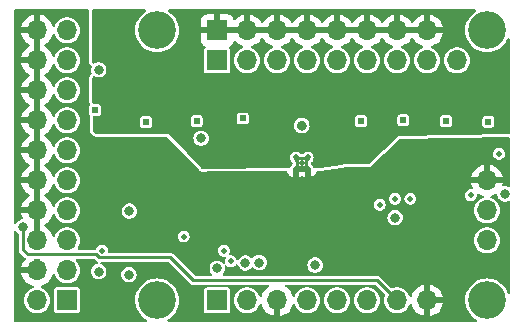
<source format=gbr>
%TF.GenerationSoftware,KiCad,Pcbnew,8.0.7*%
%TF.CreationDate,2024-12-23T17:36:37-05:00*%
%TF.ProjectId,tac5212_audio_board_single_ended,74616335-3231-4325-9f61-7564696f5f62,rev?*%
%TF.SameCoordinates,Original*%
%TF.FileFunction,Copper,L2,Inr*%
%TF.FilePolarity,Positive*%
%FSLAX46Y46*%
G04 Gerber Fmt 4.6, Leading zero omitted, Abs format (unit mm)*
G04 Created by KiCad (PCBNEW 8.0.7) date 2024-12-23 17:36:37*
%MOMM*%
%LPD*%
G01*
G04 APERTURE LIST*
%TA.AperFunction,ComponentPad*%
%ADD10C,0.500000*%
%TD*%
%TA.AperFunction,ComponentPad*%
%ADD11R,1.700000X1.700000*%
%TD*%
%TA.AperFunction,ComponentPad*%
%ADD12O,1.700000X1.700000*%
%TD*%
%TA.AperFunction,ComponentPad*%
%ADD13C,3.200000*%
%TD*%
%TA.AperFunction,ComponentPad*%
%ADD14R,0.500000X0.500000*%
%TD*%
%TA.AperFunction,ViaPad*%
%ADD15C,0.800000*%
%TD*%
%TA.AperFunction,Conductor*%
%ADD16C,0.250000*%
%TD*%
G04 APERTURE END LIST*
D10*
%TO.N,Earth*%
%TO.C,G109*%
X99200000Y-117200000D03*
%TD*%
%TO.N,Earth*%
%TO.C,G111*%
X92300000Y-118400000D03*
%TD*%
%TO.N,Earth*%
%TO.C,G113*%
X102600000Y-118400000D03*
%TD*%
%TO.N,Earth*%
%TO.C,G115*%
X103200000Y-119300000D03*
%TD*%
%TO.N,Earth*%
%TO.C,G114*%
X123500000Y-113700000D03*
%TD*%
%TO.N,Earth*%
%TO.C,G116*%
X125900000Y-110200000D03*
%TD*%
%TO.N,Earth*%
%TO.C,G108*%
X115800000Y-114500000D03*
%TD*%
%TO.N,Earth*%
%TO.C,G112*%
X118400000Y-114000000D03*
%TD*%
%TO.N,Earth*%
%TO.C,G110*%
X117100000Y-114000000D03*
%TD*%
D11*
%TO.N,EN_HELD_HIGH*%
%TO.C,board_outline108*%
X89337500Y-122600000D03*
D12*
%TO.N,unconnected-(board_outline108-HELD_LOW-Pad2)*%
X86797500Y-122600000D03*
%TO.N,Net-(5V108-B)*%
X89337500Y-120060000D03*
%TO.N,GNDD*%
X86797500Y-120060000D03*
%TO.N,unconnected-(board_outline108-12V-Pad5)*%
X89337500Y-117520000D03*
%TO.N,GNDD*%
X86797500Y-117520000D03*
%TO.N,5212_DOUT1+*%
X89337500Y-114980000D03*
%TO.N,GNDD*%
X86797500Y-114980000D03*
%TO.N,5212_DIN1*%
X89337500Y-112440000D03*
%TO.N,GNDD*%
X86797500Y-112440000D03*
%TO.N,5212_BCLK1*%
X89337500Y-109900000D03*
%TO.N,GNDD*%
X86797500Y-109900000D03*
%TO.N,5212_LRCK1*%
X89337500Y-107360000D03*
%TO.N,GNDD*%
X86797500Y-107360000D03*
%TO.N,DSP_SDA*%
X89337500Y-104820000D03*
%TO.N,GNDD*%
X86797500Y-104820000D03*
%TO.N,DSP_SCL*%
X89337500Y-102280000D03*
%TO.N,GNDD*%
X86797500Y-102280000D03*
%TO.N,5212_MCLK1*%
X89337500Y-99740000D03*
%TO.N,GNDD*%
X86797500Y-99740000D03*
D11*
%TO.N,OUT1P+*%
X102047500Y-102285000D03*
%TO.N,Earth*%
X102047500Y-99745000D03*
D12*
%TO.N,OUT1M+*%
X104587500Y-102285000D03*
%TO.N,Earth*%
X104587500Y-99745000D03*
%TO.N,OUT2P+*%
X107127500Y-102285000D03*
%TO.N,Earth*%
X107127500Y-99745000D03*
%TO.N,OUT2M+*%
X109667500Y-102285000D03*
%TO.N,Earth*%
X109667500Y-99745000D03*
%TO.N,IN1P+*%
X112207500Y-102285000D03*
%TO.N,Earth*%
X112207500Y-99745000D03*
%TO.N,IN1M+*%
X114747500Y-102285000D03*
%TO.N,Earth*%
X114747500Y-99745000D03*
%TO.N,IN2P+*%
X117287500Y-102285000D03*
%TO.N,Earth*%
X117287500Y-99745000D03*
%TO.N,IN2M+*%
X119827500Y-102285000D03*
%TO.N,Earth*%
X119827500Y-99745000D03*
D11*
%TO.N,5212_SCL*%
X102047500Y-122605000D03*
D12*
%TO.N,5212_SDA*%
X104587500Y-122605000D03*
%TO.N,GNDD*%
X107127500Y-122605000D03*
%TO.N,GPIO1*%
X109667500Y-122605000D03*
%TO.N,GPIO2*%
X112207500Y-122605000D03*
%TO.N,GPO1*%
X114747500Y-122605000D03*
%TO.N,GPI1*%
X117287500Y-122605000D03*
%TO.N,GNDD*%
X119827500Y-122605000D03*
%TO.N,5V*%
X124892500Y-117525000D03*
%TO.N,3.3V_LDO*%
X124892500Y-114985000D03*
%TO.N,GNDD*%
X124892500Y-112445000D03*
%TO.N,MICBIAS*%
X122352500Y-102285000D03*
D13*
%TO.N,Net-(E108-B)*%
X96952500Y-99745000D03*
%TO.N,Net-(E109-B)*%
X124892500Y-99745000D03*
%TO.N,Net-(G117-A)*%
X96952500Y-122605000D03*
%TO.N,Net-(G118-A)*%
X124892500Y-122605000D03*
%TD*%
D10*
%TO.N,GNDD*%
%TO.C,TAC5212*%
X108705025Y-111494975D03*
X108705025Y-110505025D03*
X109200000Y-111000000D03*
X109694975Y-111494975D03*
X109694975Y-110505025D03*
%TD*%
D14*
%TO.N,OUT2P*%
%TO.C,OP2*%
X100300000Y-107425000D03*
%TD*%
%TO.N,IN2P*%
%TO.C,INP2*%
X121400000Y-107435000D03*
%TD*%
%TO.N,IN2M*%
%TO.C,INM2*%
X125000000Y-107482500D03*
%TD*%
%TO.N,OUT2M*%
%TO.C,OM2*%
X104200000Y-107200000D03*
%TD*%
%TO.N,OUT1P*%
%TO.C,OP1*%
X96000000Y-107500000D03*
%TD*%
%TO.N,IN1M*%
%TO.C,INM1*%
X117800000Y-107362500D03*
%TD*%
%TO.N,OUT1M*%
%TO.C,OM1*%
X91700000Y-106500000D03*
%TD*%
%TO.N,IN1P*%
%TO.C,INP1*%
X114200000Y-107425000D03*
%TD*%
D15*
%TO.N,Earth*%
X126400000Y-113600000D03*
X94400000Y-98400000D03*
%TO.N,GNDD*%
X94800000Y-118200000D03*
X124800000Y-119000000D03*
X98000000Y-110000000D03*
%TO.N,Earth*%
X94600000Y-105800000D03*
X124064601Y-102335399D03*
X111200000Y-104200000D03*
X108200000Y-105200000D03*
X94400000Y-101000000D03*
X96200000Y-103200000D03*
%TO.N,GNDD*%
X119400000Y-114600000D03*
X92600000Y-114800000D03*
X109250000Y-113985355D03*
X92000000Y-123600000D03*
X123200000Y-114800000D03*
X115400000Y-113600000D03*
X99400000Y-123800000D03*
X91719599Y-111998440D03*
X109200000Y-107800000D03*
X107711709Y-119246986D03*
X99000000Y-118800000D03*
X100718700Y-117875000D03*
%TO.N,5V*%
X94569964Y-120430000D03*
%TO.N,Earth*%
X103224739Y-107762663D03*
X112825000Y-110225000D03*
%TO.N,EN_HELD_HIGH*%
X117100000Y-115600000D03*
%TO.N,5212_SCL*%
X102047500Y-119900002D03*
%TO.N,5212_SDA*%
X92004802Y-120161926D03*
X92007954Y-103082209D03*
%TO.N,3.3V_LDO*%
X100675000Y-108873986D03*
X94600000Y-115050000D03*
X105600000Y-119400000D03*
%TO.N,GPI1*%
X85600000Y-116400000D03*
%TO.N,Net-(PU_EN108-Pad1)*%
X110338844Y-119622742D03*
X104430004Y-119430004D03*
%TD*%
D16*
%TO.N,GPI1*%
X100000000Y-120900000D02*
X98075000Y-118975000D01*
X85600000Y-118300000D02*
X85600000Y-116400000D01*
X86000000Y-118700000D02*
X85600000Y-118300000D01*
X91786827Y-118700000D02*
X86000000Y-118700000D01*
X92061827Y-118975000D02*
X91786827Y-118700000D01*
X115582500Y-120900000D02*
X100000000Y-120900000D01*
X117287500Y-122605000D02*
X115582500Y-120900000D01*
X98075000Y-118975000D02*
X92061827Y-118975000D01*
%TD*%
%TA.AperFunction,Conductor*%
%TO.N,Earth*%
G36*
X104121575Y-99552007D02*
G01*
X104087500Y-99679174D01*
X104087500Y-99810826D01*
X104121575Y-99937993D01*
X104154488Y-99995000D01*
X102480512Y-99995000D01*
X102513425Y-99937993D01*
X102547500Y-99810826D01*
X102547500Y-99679174D01*
X102513425Y-99552007D01*
X102480512Y-99495000D01*
X104154488Y-99495000D01*
X104121575Y-99552007D01*
G37*
%TD.AperFunction*%
%TA.AperFunction,Conductor*%
G36*
X106661575Y-99552007D02*
G01*
X106627500Y-99679174D01*
X106627500Y-99810826D01*
X106661575Y-99937993D01*
X106694488Y-99995000D01*
X105020512Y-99995000D01*
X105053425Y-99937993D01*
X105087500Y-99810826D01*
X105087500Y-99679174D01*
X105053425Y-99552007D01*
X105020512Y-99495000D01*
X106694488Y-99495000D01*
X106661575Y-99552007D01*
G37*
%TD.AperFunction*%
%TA.AperFunction,Conductor*%
G36*
X109201575Y-99552007D02*
G01*
X109167500Y-99679174D01*
X109167500Y-99810826D01*
X109201575Y-99937993D01*
X109234488Y-99995000D01*
X107560512Y-99995000D01*
X107593425Y-99937993D01*
X107627500Y-99810826D01*
X107627500Y-99679174D01*
X107593425Y-99552007D01*
X107560512Y-99495000D01*
X109234488Y-99495000D01*
X109201575Y-99552007D01*
G37*
%TD.AperFunction*%
%TA.AperFunction,Conductor*%
G36*
X111741575Y-99552007D02*
G01*
X111707500Y-99679174D01*
X111707500Y-99810826D01*
X111741575Y-99937993D01*
X111774488Y-99995000D01*
X110100512Y-99995000D01*
X110133425Y-99937993D01*
X110167500Y-99810826D01*
X110167500Y-99679174D01*
X110133425Y-99552007D01*
X110100512Y-99495000D01*
X111774488Y-99495000D01*
X111741575Y-99552007D01*
G37*
%TD.AperFunction*%
%TA.AperFunction,Conductor*%
G36*
X114281575Y-99552007D02*
G01*
X114247500Y-99679174D01*
X114247500Y-99810826D01*
X114281575Y-99937993D01*
X114314488Y-99995000D01*
X112640512Y-99995000D01*
X112673425Y-99937993D01*
X112707500Y-99810826D01*
X112707500Y-99679174D01*
X112673425Y-99552007D01*
X112640512Y-99495000D01*
X114314488Y-99495000D01*
X114281575Y-99552007D01*
G37*
%TD.AperFunction*%
%TA.AperFunction,Conductor*%
G36*
X116821575Y-99552007D02*
G01*
X116787500Y-99679174D01*
X116787500Y-99810826D01*
X116821575Y-99937993D01*
X116854488Y-99995000D01*
X115180512Y-99995000D01*
X115213425Y-99937993D01*
X115247500Y-99810826D01*
X115247500Y-99679174D01*
X115213425Y-99552007D01*
X115180512Y-99495000D01*
X116854488Y-99495000D01*
X116821575Y-99552007D01*
G37*
%TD.AperFunction*%
%TA.AperFunction,Conductor*%
G36*
X119361575Y-99552007D02*
G01*
X119327500Y-99679174D01*
X119327500Y-99810826D01*
X119361575Y-99937993D01*
X119394488Y-99995000D01*
X117720512Y-99995000D01*
X117753425Y-99937993D01*
X117787500Y-99810826D01*
X117787500Y-99679174D01*
X117753425Y-99552007D01*
X117720512Y-99495000D01*
X119394488Y-99495000D01*
X119361575Y-99552007D01*
G37*
%TD.AperFunction*%
%TA.AperFunction,Conductor*%
G36*
X95968916Y-97964685D02*
G01*
X96014671Y-98017489D01*
X96024615Y-98086647D01*
X95995590Y-98150203D01*
X95961304Y-98177832D01*
X95949494Y-98184280D01*
X95949486Y-98184285D01*
X95737592Y-98342906D01*
X95737574Y-98342922D01*
X95550422Y-98530074D01*
X95550406Y-98530092D01*
X95391785Y-98741986D01*
X95391780Y-98741994D01*
X95264928Y-98974305D01*
X95264926Y-98974309D01*
X95172421Y-99222326D01*
X95116158Y-99480965D01*
X95116157Y-99480972D01*
X95097273Y-99744998D01*
X95097273Y-99745001D01*
X95116157Y-100009027D01*
X95116158Y-100009034D01*
X95172421Y-100267673D01*
X95264926Y-100515690D01*
X95264928Y-100515694D01*
X95391780Y-100748005D01*
X95391785Y-100748013D01*
X95550406Y-100959907D01*
X95550422Y-100959925D01*
X95737574Y-101147077D01*
X95737592Y-101147093D01*
X95949486Y-101305714D01*
X95949494Y-101305719D01*
X96181805Y-101432571D01*
X96181809Y-101432573D01*
X96181811Y-101432574D01*
X96429822Y-101525077D01*
X96429825Y-101525077D01*
X96429826Y-101525078D01*
X96625052Y-101567546D01*
X96688474Y-101581343D01*
X96932160Y-101598772D01*
X96952499Y-101600227D01*
X96952500Y-101600227D01*
X96952501Y-101600227D01*
X96971385Y-101598876D01*
X97216526Y-101581343D01*
X97475178Y-101525077D01*
X97723189Y-101432574D01*
X97955511Y-101305716D01*
X98167415Y-101147087D01*
X98354587Y-100959915D01*
X98513216Y-100748011D01*
X98640074Y-100515689D01*
X98732577Y-100267678D01*
X98788843Y-100009026D01*
X98807727Y-99745000D01*
X98788843Y-99480974D01*
X98732577Y-99222322D01*
X98640074Y-98974311D01*
X98585259Y-98873926D01*
X98570641Y-98847155D01*
X100697500Y-98847155D01*
X100697500Y-99495000D01*
X101614488Y-99495000D01*
X101581575Y-99552007D01*
X101547500Y-99679174D01*
X101547500Y-99810826D01*
X101581575Y-99937993D01*
X101614488Y-99995000D01*
X100697500Y-99995000D01*
X100697500Y-100642844D01*
X100703901Y-100702372D01*
X100703903Y-100702379D01*
X100754145Y-100837086D01*
X100754149Y-100837093D01*
X100840309Y-100952187D01*
X100840312Y-100952190D01*
X100955406Y-101038350D01*
X100955412Y-101038353D01*
X100976768Y-101046319D01*
X101032701Y-101088191D01*
X101057118Y-101153656D01*
X101042266Y-101221928D01*
X101021119Y-101250179D01*
X101016900Y-101254397D01*
X100961533Y-101337260D01*
X100961532Y-101337264D01*
X100947000Y-101410321D01*
X100947000Y-103159678D01*
X100961532Y-103232735D01*
X100961533Y-103232739D01*
X100961534Y-103232740D01*
X101016899Y-103315601D01*
X101099760Y-103370966D01*
X101099764Y-103370967D01*
X101172821Y-103385499D01*
X101172824Y-103385500D01*
X101172826Y-103385500D01*
X102922176Y-103385500D01*
X102922177Y-103385499D01*
X102995240Y-103370966D01*
X103078101Y-103315601D01*
X103133466Y-103232740D01*
X103148000Y-103159674D01*
X103148000Y-101410326D01*
X103148000Y-101410323D01*
X103147999Y-101410321D01*
X103133467Y-101337264D01*
X103133466Y-101337260D01*
X103112388Y-101305714D01*
X103078101Y-101254399D01*
X103078099Y-101254397D01*
X103078098Y-101254396D01*
X103073884Y-101250182D01*
X103040399Y-101188859D01*
X103045383Y-101119167D01*
X103087255Y-101063234D01*
X103118232Y-101046319D01*
X103139586Y-101038354D01*
X103139593Y-101038350D01*
X103254687Y-100952190D01*
X103254690Y-100952187D01*
X103340850Y-100837093D01*
X103340854Y-100837086D01*
X103390114Y-100705013D01*
X103431985Y-100649079D01*
X103497449Y-100624662D01*
X103565722Y-100639513D01*
X103593977Y-100660665D01*
X103716417Y-100783105D01*
X103909921Y-100918600D01*
X104124007Y-101018429D01*
X104124016Y-101018433D01*
X104163083Y-101028901D01*
X104222744Y-101065266D01*
X104253273Y-101128113D01*
X104244979Y-101197488D01*
X104200493Y-101251366D01*
X104175784Y-101264302D01*
X104094873Y-101295647D01*
X104094857Y-101295655D01*
X103921460Y-101403017D01*
X103921458Y-101403019D01*
X103770737Y-101540418D01*
X103647827Y-101703178D01*
X103556922Y-101885739D01*
X103556917Y-101885752D01*
X103501102Y-102081917D01*
X103482285Y-102284999D01*
X103482285Y-102285000D01*
X103501102Y-102488082D01*
X103556917Y-102684247D01*
X103556922Y-102684260D01*
X103647827Y-102866821D01*
X103770737Y-103029581D01*
X103921458Y-103166980D01*
X103921460Y-103166982D01*
X104020641Y-103228392D01*
X104094863Y-103274348D01*
X104285044Y-103348024D01*
X104485524Y-103385500D01*
X104485526Y-103385500D01*
X104689474Y-103385500D01*
X104689476Y-103385500D01*
X104889956Y-103348024D01*
X105080137Y-103274348D01*
X105253541Y-103166981D01*
X105404264Y-103029579D01*
X105527173Y-102866821D01*
X105618082Y-102684250D01*
X105673897Y-102488083D01*
X105692715Y-102285000D01*
X105673897Y-102081917D01*
X105618082Y-101885750D01*
X105527173Y-101703179D01*
X105404264Y-101540421D01*
X105404262Y-101540418D01*
X105253541Y-101403019D01*
X105253539Y-101403017D01*
X105080142Y-101295655D01*
X105080135Y-101295651D01*
X104999215Y-101264303D01*
X104943813Y-101221730D01*
X104920223Y-101155963D01*
X104935934Y-101087883D01*
X104985958Y-101039104D01*
X105011917Y-101028901D01*
X105050981Y-101018434D01*
X105050992Y-101018429D01*
X105265078Y-100918600D01*
X105458582Y-100783105D01*
X105625605Y-100616082D01*
X105755925Y-100429968D01*
X105810502Y-100386344D01*
X105880001Y-100379151D01*
X105942355Y-100410673D01*
X105959075Y-100429968D01*
X106089394Y-100616082D01*
X106256417Y-100783105D01*
X106449921Y-100918600D01*
X106664007Y-101018429D01*
X106664016Y-101018433D01*
X106703083Y-101028901D01*
X106762744Y-101065266D01*
X106793273Y-101128113D01*
X106784979Y-101197488D01*
X106740493Y-101251366D01*
X106715784Y-101264302D01*
X106634873Y-101295647D01*
X106634857Y-101295655D01*
X106461460Y-101403017D01*
X106461458Y-101403019D01*
X106310737Y-101540418D01*
X106187827Y-101703178D01*
X106096922Y-101885739D01*
X106096917Y-101885752D01*
X106041102Y-102081917D01*
X106022285Y-102284999D01*
X106022285Y-102285000D01*
X106041102Y-102488082D01*
X106096917Y-102684247D01*
X106096922Y-102684260D01*
X106187827Y-102866821D01*
X106310737Y-103029581D01*
X106461458Y-103166980D01*
X106461460Y-103166982D01*
X106560641Y-103228392D01*
X106634863Y-103274348D01*
X106825044Y-103348024D01*
X107025524Y-103385500D01*
X107025526Y-103385500D01*
X107229474Y-103385500D01*
X107229476Y-103385500D01*
X107429956Y-103348024D01*
X107620137Y-103274348D01*
X107793541Y-103166981D01*
X107944264Y-103029579D01*
X108067173Y-102866821D01*
X108158082Y-102684250D01*
X108213897Y-102488083D01*
X108232715Y-102285000D01*
X108213897Y-102081917D01*
X108158082Y-101885750D01*
X108067173Y-101703179D01*
X107944264Y-101540421D01*
X107944262Y-101540418D01*
X107793541Y-101403019D01*
X107793539Y-101403017D01*
X107620142Y-101295655D01*
X107620135Y-101295651D01*
X107539215Y-101264303D01*
X107483813Y-101221730D01*
X107460223Y-101155963D01*
X107475934Y-101087883D01*
X107525958Y-101039104D01*
X107551917Y-101028901D01*
X107590981Y-101018434D01*
X107590992Y-101018429D01*
X107805078Y-100918600D01*
X107998582Y-100783105D01*
X108165605Y-100616082D01*
X108295925Y-100429968D01*
X108350502Y-100386344D01*
X108420001Y-100379151D01*
X108482355Y-100410673D01*
X108499075Y-100429968D01*
X108629394Y-100616082D01*
X108796417Y-100783105D01*
X108989921Y-100918600D01*
X109204007Y-101018429D01*
X109204016Y-101018433D01*
X109243083Y-101028901D01*
X109302744Y-101065266D01*
X109333273Y-101128113D01*
X109324979Y-101197488D01*
X109280493Y-101251366D01*
X109255784Y-101264302D01*
X109174873Y-101295647D01*
X109174857Y-101295655D01*
X109001460Y-101403017D01*
X109001458Y-101403019D01*
X108850737Y-101540418D01*
X108727827Y-101703178D01*
X108636922Y-101885739D01*
X108636917Y-101885752D01*
X108581102Y-102081917D01*
X108562285Y-102284999D01*
X108562285Y-102285000D01*
X108581102Y-102488082D01*
X108636917Y-102684247D01*
X108636922Y-102684260D01*
X108727827Y-102866821D01*
X108850737Y-103029581D01*
X109001458Y-103166980D01*
X109001460Y-103166982D01*
X109100641Y-103228392D01*
X109174863Y-103274348D01*
X109365044Y-103348024D01*
X109565524Y-103385500D01*
X109565526Y-103385500D01*
X109769474Y-103385500D01*
X109769476Y-103385500D01*
X109969956Y-103348024D01*
X110160137Y-103274348D01*
X110333541Y-103166981D01*
X110484264Y-103029579D01*
X110607173Y-102866821D01*
X110698082Y-102684250D01*
X110753897Y-102488083D01*
X110772715Y-102285000D01*
X110753897Y-102081917D01*
X110698082Y-101885750D01*
X110607173Y-101703179D01*
X110484264Y-101540421D01*
X110484262Y-101540418D01*
X110333541Y-101403019D01*
X110333539Y-101403017D01*
X110160142Y-101295655D01*
X110160135Y-101295651D01*
X110079215Y-101264303D01*
X110023813Y-101221730D01*
X110000223Y-101155963D01*
X110015934Y-101087883D01*
X110065958Y-101039104D01*
X110091917Y-101028901D01*
X110130981Y-101018434D01*
X110130992Y-101018429D01*
X110345078Y-100918600D01*
X110538582Y-100783105D01*
X110705605Y-100616082D01*
X110835925Y-100429968D01*
X110890502Y-100386344D01*
X110960001Y-100379151D01*
X111022355Y-100410673D01*
X111039075Y-100429968D01*
X111169394Y-100616082D01*
X111336417Y-100783105D01*
X111529921Y-100918600D01*
X111744007Y-101018429D01*
X111744016Y-101018433D01*
X111783083Y-101028901D01*
X111842744Y-101065266D01*
X111873273Y-101128113D01*
X111864979Y-101197488D01*
X111820493Y-101251366D01*
X111795784Y-101264302D01*
X111714873Y-101295647D01*
X111714857Y-101295655D01*
X111541460Y-101403017D01*
X111541458Y-101403019D01*
X111390737Y-101540418D01*
X111267827Y-101703178D01*
X111176922Y-101885739D01*
X111176917Y-101885752D01*
X111121102Y-102081917D01*
X111102285Y-102284999D01*
X111102285Y-102285000D01*
X111121102Y-102488082D01*
X111176917Y-102684247D01*
X111176922Y-102684260D01*
X111267827Y-102866821D01*
X111390737Y-103029581D01*
X111541458Y-103166980D01*
X111541460Y-103166982D01*
X111640641Y-103228392D01*
X111714863Y-103274348D01*
X111905044Y-103348024D01*
X112105524Y-103385500D01*
X112105526Y-103385500D01*
X112309474Y-103385500D01*
X112309476Y-103385500D01*
X112509956Y-103348024D01*
X112700137Y-103274348D01*
X112873541Y-103166981D01*
X113024264Y-103029579D01*
X113147173Y-102866821D01*
X113238082Y-102684250D01*
X113293897Y-102488083D01*
X113312715Y-102285000D01*
X113293897Y-102081917D01*
X113238082Y-101885750D01*
X113147173Y-101703179D01*
X113024264Y-101540421D01*
X113024262Y-101540418D01*
X112873541Y-101403019D01*
X112873539Y-101403017D01*
X112700142Y-101295655D01*
X112700135Y-101295651D01*
X112619215Y-101264303D01*
X112563813Y-101221730D01*
X112540223Y-101155963D01*
X112555934Y-101087883D01*
X112605958Y-101039104D01*
X112631917Y-101028901D01*
X112670981Y-101018434D01*
X112670992Y-101018429D01*
X112885078Y-100918600D01*
X113078582Y-100783105D01*
X113245605Y-100616082D01*
X113375925Y-100429968D01*
X113430502Y-100386344D01*
X113500001Y-100379151D01*
X113562355Y-100410673D01*
X113579075Y-100429968D01*
X113709394Y-100616082D01*
X113876417Y-100783105D01*
X114069921Y-100918600D01*
X114284007Y-101018429D01*
X114284016Y-101018433D01*
X114323083Y-101028901D01*
X114382744Y-101065266D01*
X114413273Y-101128113D01*
X114404979Y-101197488D01*
X114360493Y-101251366D01*
X114335784Y-101264302D01*
X114254873Y-101295647D01*
X114254857Y-101295655D01*
X114081460Y-101403017D01*
X114081458Y-101403019D01*
X113930737Y-101540418D01*
X113807827Y-101703178D01*
X113716922Y-101885739D01*
X113716917Y-101885752D01*
X113661102Y-102081917D01*
X113642285Y-102284999D01*
X113642285Y-102285000D01*
X113661102Y-102488082D01*
X113716917Y-102684247D01*
X113716922Y-102684260D01*
X113807827Y-102866821D01*
X113930737Y-103029581D01*
X114081458Y-103166980D01*
X114081460Y-103166982D01*
X114180641Y-103228392D01*
X114254863Y-103274348D01*
X114445044Y-103348024D01*
X114645524Y-103385500D01*
X114645526Y-103385500D01*
X114849474Y-103385500D01*
X114849476Y-103385500D01*
X115049956Y-103348024D01*
X115240137Y-103274348D01*
X115413541Y-103166981D01*
X115564264Y-103029579D01*
X115687173Y-102866821D01*
X115778082Y-102684250D01*
X115833897Y-102488083D01*
X115852715Y-102285000D01*
X115833897Y-102081917D01*
X115778082Y-101885750D01*
X115687173Y-101703179D01*
X115564264Y-101540421D01*
X115564262Y-101540418D01*
X115413541Y-101403019D01*
X115413539Y-101403017D01*
X115240142Y-101295655D01*
X115240135Y-101295651D01*
X115159215Y-101264303D01*
X115103813Y-101221730D01*
X115080223Y-101155963D01*
X115095934Y-101087883D01*
X115145958Y-101039104D01*
X115171917Y-101028901D01*
X115210981Y-101018434D01*
X115210992Y-101018429D01*
X115425078Y-100918600D01*
X115618582Y-100783105D01*
X115785605Y-100616082D01*
X115915925Y-100429968D01*
X115970502Y-100386344D01*
X116040001Y-100379151D01*
X116102355Y-100410673D01*
X116119075Y-100429968D01*
X116249394Y-100616082D01*
X116416417Y-100783105D01*
X116609921Y-100918600D01*
X116824007Y-101018429D01*
X116824016Y-101018433D01*
X116863083Y-101028901D01*
X116922744Y-101065266D01*
X116953273Y-101128113D01*
X116944979Y-101197488D01*
X116900493Y-101251366D01*
X116875784Y-101264302D01*
X116794873Y-101295647D01*
X116794857Y-101295655D01*
X116621460Y-101403017D01*
X116621458Y-101403019D01*
X116470737Y-101540418D01*
X116347827Y-101703178D01*
X116256922Y-101885739D01*
X116256917Y-101885752D01*
X116201102Y-102081917D01*
X116182285Y-102284999D01*
X116182285Y-102285000D01*
X116201102Y-102488082D01*
X116256917Y-102684247D01*
X116256922Y-102684260D01*
X116347827Y-102866821D01*
X116470737Y-103029581D01*
X116621458Y-103166980D01*
X116621460Y-103166982D01*
X116720641Y-103228392D01*
X116794863Y-103274348D01*
X116985044Y-103348024D01*
X117185524Y-103385500D01*
X117185526Y-103385500D01*
X117389474Y-103385500D01*
X117389476Y-103385500D01*
X117589956Y-103348024D01*
X117780137Y-103274348D01*
X117953541Y-103166981D01*
X118104264Y-103029579D01*
X118227173Y-102866821D01*
X118318082Y-102684250D01*
X118373897Y-102488083D01*
X118392715Y-102285000D01*
X118373897Y-102081917D01*
X118318082Y-101885750D01*
X118227173Y-101703179D01*
X118104264Y-101540421D01*
X118104262Y-101540418D01*
X117953541Y-101403019D01*
X117953539Y-101403017D01*
X117780142Y-101295655D01*
X117780135Y-101295651D01*
X117699215Y-101264303D01*
X117643813Y-101221730D01*
X117620223Y-101155963D01*
X117635934Y-101087883D01*
X117685958Y-101039104D01*
X117711917Y-101028901D01*
X117750981Y-101018434D01*
X117750992Y-101018429D01*
X117965078Y-100918600D01*
X118158582Y-100783105D01*
X118325605Y-100616082D01*
X118455925Y-100429968D01*
X118510502Y-100386344D01*
X118580001Y-100379151D01*
X118642355Y-100410673D01*
X118659075Y-100429968D01*
X118789394Y-100616082D01*
X118956417Y-100783105D01*
X119149921Y-100918600D01*
X119364007Y-101018429D01*
X119364016Y-101018433D01*
X119403083Y-101028901D01*
X119462744Y-101065266D01*
X119493273Y-101128113D01*
X119484979Y-101197488D01*
X119440493Y-101251366D01*
X119415784Y-101264302D01*
X119334873Y-101295647D01*
X119334857Y-101295655D01*
X119161460Y-101403017D01*
X119161458Y-101403019D01*
X119010737Y-101540418D01*
X118887827Y-101703178D01*
X118796922Y-101885739D01*
X118796917Y-101885752D01*
X118741102Y-102081917D01*
X118722285Y-102284999D01*
X118722285Y-102285000D01*
X118741102Y-102488082D01*
X118796917Y-102684247D01*
X118796922Y-102684260D01*
X118887827Y-102866821D01*
X119010737Y-103029581D01*
X119161458Y-103166980D01*
X119161460Y-103166982D01*
X119260641Y-103228392D01*
X119334863Y-103274348D01*
X119525044Y-103348024D01*
X119725524Y-103385500D01*
X119725526Y-103385500D01*
X119929474Y-103385500D01*
X119929476Y-103385500D01*
X120129956Y-103348024D01*
X120320137Y-103274348D01*
X120493541Y-103166981D01*
X120644264Y-103029579D01*
X120767173Y-102866821D01*
X120858082Y-102684250D01*
X120913897Y-102488083D01*
X120932715Y-102285000D01*
X120932715Y-102284999D01*
X121247285Y-102284999D01*
X121247285Y-102285000D01*
X121266102Y-102488082D01*
X121321917Y-102684247D01*
X121321922Y-102684260D01*
X121412827Y-102866821D01*
X121535737Y-103029581D01*
X121686458Y-103166980D01*
X121686460Y-103166982D01*
X121785641Y-103228392D01*
X121859863Y-103274348D01*
X122050044Y-103348024D01*
X122250524Y-103385500D01*
X122250526Y-103385500D01*
X122454474Y-103385500D01*
X122454476Y-103385500D01*
X122654956Y-103348024D01*
X122845137Y-103274348D01*
X123018541Y-103166981D01*
X123169264Y-103029579D01*
X123292173Y-102866821D01*
X123383082Y-102684250D01*
X123438897Y-102488083D01*
X123457715Y-102285000D01*
X123438897Y-102081917D01*
X123383082Y-101885750D01*
X123292173Y-101703179D01*
X123169264Y-101540421D01*
X123169262Y-101540418D01*
X123018541Y-101403019D01*
X123018539Y-101403017D01*
X122845142Y-101295655D01*
X122845135Y-101295651D01*
X122730821Y-101251366D01*
X122654956Y-101221976D01*
X122454476Y-101184500D01*
X122250524Y-101184500D01*
X122050044Y-101221976D01*
X122050041Y-101221976D01*
X122050041Y-101221977D01*
X121859864Y-101295651D01*
X121859857Y-101295655D01*
X121686460Y-101403017D01*
X121686458Y-101403019D01*
X121535737Y-101540418D01*
X121412827Y-101703178D01*
X121321922Y-101885739D01*
X121321917Y-101885752D01*
X121266102Y-102081917D01*
X121247285Y-102284999D01*
X120932715Y-102284999D01*
X120913897Y-102081917D01*
X120858082Y-101885750D01*
X120767173Y-101703179D01*
X120644264Y-101540421D01*
X120644262Y-101540418D01*
X120493541Y-101403019D01*
X120493539Y-101403017D01*
X120320142Y-101295655D01*
X120320135Y-101295651D01*
X120239215Y-101264303D01*
X120183813Y-101221730D01*
X120160223Y-101155963D01*
X120175934Y-101087883D01*
X120225958Y-101039104D01*
X120251917Y-101028901D01*
X120290981Y-101018434D01*
X120290992Y-101018429D01*
X120505078Y-100918600D01*
X120698582Y-100783105D01*
X120865605Y-100616082D01*
X121001100Y-100422578D01*
X121100929Y-100208492D01*
X121100932Y-100208486D01*
X121158136Y-99995000D01*
X120260512Y-99995000D01*
X120293425Y-99937993D01*
X120327500Y-99810826D01*
X120327500Y-99679174D01*
X120293425Y-99552007D01*
X120260512Y-99495000D01*
X121158136Y-99495000D01*
X121158135Y-99494999D01*
X121100932Y-99281513D01*
X121100929Y-99281507D01*
X121001100Y-99067422D01*
X121001099Y-99067420D01*
X120865613Y-98873926D01*
X120865608Y-98873920D01*
X120698582Y-98706894D01*
X120505078Y-98571399D01*
X120290992Y-98471570D01*
X120290986Y-98471567D01*
X120077500Y-98414364D01*
X120077500Y-99311988D01*
X120020493Y-99279075D01*
X119893326Y-99245000D01*
X119761674Y-99245000D01*
X119634507Y-99279075D01*
X119577500Y-99311988D01*
X119577500Y-98414364D01*
X119577499Y-98414364D01*
X119364013Y-98471567D01*
X119364007Y-98471570D01*
X119149922Y-98571399D01*
X119149920Y-98571400D01*
X118956426Y-98706886D01*
X118956420Y-98706891D01*
X118789391Y-98873920D01*
X118789390Y-98873922D01*
X118659075Y-99060031D01*
X118604498Y-99103655D01*
X118534999Y-99110848D01*
X118472645Y-99079326D01*
X118455925Y-99060031D01*
X118325609Y-98873922D01*
X118325608Y-98873920D01*
X118158582Y-98706894D01*
X117965078Y-98571399D01*
X117750992Y-98471570D01*
X117750986Y-98471567D01*
X117537500Y-98414364D01*
X117537500Y-99311988D01*
X117480493Y-99279075D01*
X117353326Y-99245000D01*
X117221674Y-99245000D01*
X117094507Y-99279075D01*
X117037500Y-99311988D01*
X117037500Y-98414364D01*
X117037499Y-98414364D01*
X116824013Y-98471567D01*
X116824007Y-98471570D01*
X116609922Y-98571399D01*
X116609920Y-98571400D01*
X116416426Y-98706886D01*
X116416420Y-98706891D01*
X116249391Y-98873920D01*
X116249390Y-98873922D01*
X116119075Y-99060031D01*
X116064498Y-99103655D01*
X115994999Y-99110848D01*
X115932645Y-99079326D01*
X115915925Y-99060031D01*
X115785609Y-98873922D01*
X115785608Y-98873920D01*
X115618582Y-98706894D01*
X115425078Y-98571399D01*
X115210992Y-98471570D01*
X115210986Y-98471567D01*
X114997500Y-98414364D01*
X114997500Y-99311988D01*
X114940493Y-99279075D01*
X114813326Y-99245000D01*
X114681674Y-99245000D01*
X114554507Y-99279075D01*
X114497500Y-99311988D01*
X114497500Y-98414364D01*
X114497499Y-98414364D01*
X114284013Y-98471567D01*
X114284007Y-98471570D01*
X114069922Y-98571399D01*
X114069920Y-98571400D01*
X113876426Y-98706886D01*
X113876420Y-98706891D01*
X113709391Y-98873920D01*
X113709390Y-98873922D01*
X113579075Y-99060031D01*
X113524498Y-99103655D01*
X113454999Y-99110848D01*
X113392645Y-99079326D01*
X113375925Y-99060031D01*
X113245609Y-98873922D01*
X113245608Y-98873920D01*
X113078582Y-98706894D01*
X112885078Y-98571399D01*
X112670992Y-98471570D01*
X112670986Y-98471567D01*
X112457500Y-98414364D01*
X112457500Y-99311988D01*
X112400493Y-99279075D01*
X112273326Y-99245000D01*
X112141674Y-99245000D01*
X112014507Y-99279075D01*
X111957500Y-99311988D01*
X111957500Y-98414364D01*
X111957499Y-98414364D01*
X111744013Y-98471567D01*
X111744007Y-98471570D01*
X111529922Y-98571399D01*
X111529920Y-98571400D01*
X111336426Y-98706886D01*
X111336420Y-98706891D01*
X111169391Y-98873920D01*
X111169390Y-98873922D01*
X111039075Y-99060031D01*
X110984498Y-99103655D01*
X110914999Y-99110848D01*
X110852645Y-99079326D01*
X110835925Y-99060031D01*
X110705609Y-98873922D01*
X110705608Y-98873920D01*
X110538582Y-98706894D01*
X110345078Y-98571399D01*
X110130992Y-98471570D01*
X110130986Y-98471567D01*
X109917500Y-98414364D01*
X109917500Y-99311988D01*
X109860493Y-99279075D01*
X109733326Y-99245000D01*
X109601674Y-99245000D01*
X109474507Y-99279075D01*
X109417500Y-99311988D01*
X109417500Y-98414364D01*
X109417499Y-98414364D01*
X109204013Y-98471567D01*
X109204007Y-98471570D01*
X108989922Y-98571399D01*
X108989920Y-98571400D01*
X108796426Y-98706886D01*
X108796420Y-98706891D01*
X108629391Y-98873920D01*
X108629390Y-98873922D01*
X108499075Y-99060031D01*
X108444498Y-99103655D01*
X108374999Y-99110848D01*
X108312645Y-99079326D01*
X108295925Y-99060031D01*
X108165609Y-98873922D01*
X108165608Y-98873920D01*
X107998582Y-98706894D01*
X107805078Y-98571399D01*
X107590992Y-98471570D01*
X107590986Y-98471567D01*
X107377500Y-98414364D01*
X107377500Y-99311988D01*
X107320493Y-99279075D01*
X107193326Y-99245000D01*
X107061674Y-99245000D01*
X106934507Y-99279075D01*
X106877500Y-99311988D01*
X106877500Y-98414364D01*
X106877499Y-98414364D01*
X106664013Y-98471567D01*
X106664007Y-98471570D01*
X106449922Y-98571399D01*
X106449920Y-98571400D01*
X106256426Y-98706886D01*
X106256420Y-98706891D01*
X106089391Y-98873920D01*
X106089390Y-98873922D01*
X105959075Y-99060031D01*
X105904498Y-99103655D01*
X105834999Y-99110848D01*
X105772645Y-99079326D01*
X105755925Y-99060031D01*
X105625609Y-98873922D01*
X105625608Y-98873920D01*
X105458582Y-98706894D01*
X105265078Y-98571399D01*
X105050992Y-98471570D01*
X105050986Y-98471567D01*
X104837500Y-98414364D01*
X104837500Y-99311988D01*
X104780493Y-99279075D01*
X104653326Y-99245000D01*
X104521674Y-99245000D01*
X104394507Y-99279075D01*
X104337500Y-99311988D01*
X104337500Y-98414364D01*
X104337499Y-98414364D01*
X104124013Y-98471567D01*
X104124007Y-98471570D01*
X103909922Y-98571399D01*
X103909920Y-98571400D01*
X103716426Y-98706886D01*
X103593977Y-98829335D01*
X103532654Y-98862819D01*
X103462962Y-98857835D01*
X103407029Y-98815963D01*
X103390114Y-98784986D01*
X103340854Y-98652913D01*
X103340850Y-98652906D01*
X103254690Y-98537812D01*
X103254687Y-98537809D01*
X103139593Y-98451649D01*
X103139586Y-98451645D01*
X103004879Y-98401403D01*
X103004872Y-98401401D01*
X102945344Y-98395000D01*
X102297500Y-98395000D01*
X102297500Y-99311988D01*
X102240493Y-99279075D01*
X102113326Y-99245000D01*
X101981674Y-99245000D01*
X101854507Y-99279075D01*
X101797500Y-99311988D01*
X101797500Y-98395000D01*
X101149655Y-98395000D01*
X101090127Y-98401401D01*
X101090120Y-98401403D01*
X100955413Y-98451645D01*
X100955406Y-98451649D01*
X100840312Y-98537809D01*
X100840309Y-98537812D01*
X100754149Y-98652906D01*
X100754145Y-98652913D01*
X100703903Y-98787620D01*
X100703901Y-98787627D01*
X100697500Y-98847155D01*
X98570641Y-98847155D01*
X98513219Y-98741994D01*
X98513214Y-98741986D01*
X98354593Y-98530092D01*
X98354577Y-98530074D01*
X98167425Y-98342922D01*
X98167407Y-98342906D01*
X97955513Y-98184285D01*
X97955505Y-98184280D01*
X97943696Y-98177832D01*
X97894291Y-98128427D01*
X97879439Y-98060154D01*
X97903856Y-97994689D01*
X97959790Y-97952818D01*
X98003123Y-97945000D01*
X123841877Y-97945000D01*
X123908916Y-97964685D01*
X123954671Y-98017489D01*
X123964615Y-98086647D01*
X123935590Y-98150203D01*
X123901304Y-98177832D01*
X123889494Y-98184280D01*
X123889486Y-98184285D01*
X123677592Y-98342906D01*
X123677574Y-98342922D01*
X123490422Y-98530074D01*
X123490406Y-98530092D01*
X123331785Y-98741986D01*
X123331780Y-98741994D01*
X123204928Y-98974305D01*
X123204926Y-98974309D01*
X123112421Y-99222326D01*
X123056158Y-99480965D01*
X123056157Y-99480972D01*
X123037273Y-99744998D01*
X123037273Y-99745001D01*
X123056157Y-100009027D01*
X123056158Y-100009034D01*
X123112421Y-100267673D01*
X123204926Y-100515690D01*
X123204928Y-100515694D01*
X123331780Y-100748005D01*
X123331785Y-100748013D01*
X123490406Y-100959907D01*
X123490422Y-100959925D01*
X123677574Y-101147077D01*
X123677592Y-101147093D01*
X123889486Y-101305714D01*
X123889494Y-101305719D01*
X124121805Y-101432571D01*
X124121809Y-101432573D01*
X124121811Y-101432574D01*
X124369822Y-101525077D01*
X124369825Y-101525077D01*
X124369826Y-101525078D01*
X124565052Y-101567546D01*
X124628474Y-101581343D01*
X124872160Y-101598772D01*
X124892499Y-101600227D01*
X124892500Y-101600227D01*
X124892501Y-101600227D01*
X124911385Y-101598876D01*
X125156526Y-101581343D01*
X125415178Y-101525077D01*
X125663189Y-101432574D01*
X125895511Y-101305716D01*
X126107415Y-101147087D01*
X126294587Y-100959915D01*
X126453216Y-100748011D01*
X126580074Y-100515689D01*
X126592318Y-100482860D01*
X126634188Y-100426927D01*
X126699653Y-100402509D01*
X126767926Y-100417360D01*
X126817332Y-100466765D01*
X126832500Y-100526193D01*
X126832500Y-108430153D01*
X126812815Y-108497192D01*
X126760011Y-108542947D01*
X126710271Y-108554140D01*
X117431353Y-108686701D01*
X117431350Y-108686702D01*
X114922568Y-111049161D01*
X114860267Y-111080790D01*
X114835437Y-111082869D01*
X112900002Y-111049741D01*
X112900001Y-111049741D01*
X112900000Y-111049741D01*
X112486638Y-111112830D01*
X110708956Y-111384146D01*
X110690930Y-111385563D01*
X110276647Y-111387846D01*
X110209500Y-111368531D01*
X110163455Y-111315980D01*
X110163170Y-111315360D01*
X110120352Y-111221603D01*
X110120351Y-111221601D01*
X110026103Y-111112832D01*
X110012852Y-111104316D01*
X109967096Y-111051513D01*
X109957152Y-110982355D01*
X109986176Y-110918799D01*
X110012852Y-110895684D01*
X110014356Y-110894717D01*
X110026103Y-110887168D01*
X110120352Y-110778398D01*
X110180140Y-110647482D01*
X110200622Y-110505025D01*
X110180140Y-110362568D01*
X110120352Y-110231652D01*
X110026103Y-110122882D01*
X109905028Y-110045072D01*
X109905026Y-110045071D01*
X109905024Y-110045070D01*
X109905025Y-110045070D01*
X109766938Y-110004525D01*
X109766936Y-110004525D01*
X109623014Y-110004525D01*
X109623011Y-110004525D01*
X109484924Y-110045070D01*
X109363848Y-110122881D01*
X109293713Y-110203821D01*
X109234934Y-110241595D01*
X109165065Y-110241595D01*
X109106287Y-110203821D01*
X109065558Y-110156818D01*
X109036153Y-110122882D01*
X108915078Y-110045072D01*
X108915076Y-110045071D01*
X108915074Y-110045070D01*
X108915075Y-110045070D01*
X108776988Y-110004525D01*
X108776986Y-110004525D01*
X108633064Y-110004525D01*
X108633061Y-110004525D01*
X108494974Y-110045070D01*
X108373898Y-110122881D01*
X108279648Y-110231651D01*
X108279647Y-110231653D01*
X108219859Y-110362568D01*
X108199378Y-110505025D01*
X108219859Y-110647481D01*
X108221238Y-110650500D01*
X108279648Y-110778398D01*
X108373897Y-110887168D01*
X108373899Y-110887169D01*
X108387149Y-110895685D01*
X108432904Y-110948489D01*
X108442847Y-111017648D01*
X108413821Y-111081203D01*
X108387149Y-111104315D01*
X108373899Y-111112830D01*
X108279648Y-111221601D01*
X108279647Y-111221603D01*
X108231400Y-111327248D01*
X108185645Y-111380052D01*
X108119289Y-111399734D01*
X100753554Y-111440322D01*
X100686407Y-111421007D01*
X100663069Y-111401832D01*
X98256101Y-108873985D01*
X100019722Y-108873985D01*
X100019722Y-108873986D01*
X100038762Y-109030804D01*
X100094780Y-109178509D01*
X100184517Y-109308516D01*
X100302760Y-109413269D01*
X100302762Y-109413270D01*
X100442634Y-109486682D01*
X100596014Y-109524486D01*
X100596015Y-109524486D01*
X100753985Y-109524486D01*
X100907365Y-109486682D01*
X101047240Y-109413269D01*
X101165483Y-109308516D01*
X101255220Y-109178509D01*
X101311237Y-109030804D01*
X101330278Y-108873986D01*
X101311237Y-108717168D01*
X101299682Y-108686701D01*
X101289992Y-108661150D01*
X101255220Y-108569463D01*
X101165483Y-108439456D01*
X101047240Y-108334703D01*
X101047238Y-108334702D01*
X101047237Y-108334701D01*
X100907365Y-108261289D01*
X100753986Y-108223486D01*
X100753985Y-108223486D01*
X100596015Y-108223486D01*
X100596014Y-108223486D01*
X100442634Y-108261289D01*
X100302762Y-108334701D01*
X100184516Y-108439457D01*
X100094781Y-108569461D01*
X100094780Y-108569462D01*
X100038762Y-108717167D01*
X100019722Y-108873985D01*
X98256101Y-108873985D01*
X97900000Y-108500000D01*
X91837544Y-108500000D01*
X91770505Y-108480315D01*
X91768761Y-108479174D01*
X91554695Y-108336463D01*
X91509834Y-108282898D01*
X91499482Y-108234265D01*
X91499397Y-108223486D01*
X91491538Y-107225321D01*
X95499500Y-107225321D01*
X95499500Y-107774678D01*
X95514032Y-107847735D01*
X95514033Y-107847739D01*
X95524230Y-107863000D01*
X95569399Y-107930601D01*
X95647821Y-107983000D01*
X95652260Y-107985966D01*
X95652264Y-107985967D01*
X95725321Y-108000499D01*
X95725324Y-108000500D01*
X95725326Y-108000500D01*
X96274676Y-108000500D01*
X96274677Y-108000499D01*
X96347740Y-107985966D01*
X96430601Y-107930601D01*
X96485966Y-107847740D01*
X96500500Y-107774674D01*
X96500500Y-107225326D01*
X96500500Y-107225323D01*
X96500499Y-107225321D01*
X96485967Y-107152264D01*
X96485966Y-107152260D01*
X96484670Y-107150321D01*
X99799500Y-107150321D01*
X99799500Y-107699678D01*
X99814032Y-107772735D01*
X99814033Y-107772739D01*
X99832248Y-107799999D01*
X99869399Y-107855601D01*
X99952260Y-107910966D01*
X99952264Y-107910967D01*
X100025321Y-107925499D01*
X100025324Y-107925500D01*
X100025326Y-107925500D01*
X100574676Y-107925500D01*
X100574677Y-107925499D01*
X100647740Y-107910966D01*
X100730601Y-107855601D01*
X100767752Y-107799999D01*
X108544722Y-107799999D01*
X108544722Y-107800000D01*
X108563762Y-107956818D01*
X108580329Y-108000500D01*
X108619780Y-108104523D01*
X108709517Y-108234530D01*
X108827760Y-108339283D01*
X108827762Y-108339284D01*
X108967634Y-108412696D01*
X109121014Y-108450500D01*
X109121015Y-108450500D01*
X109278985Y-108450500D01*
X109432365Y-108412696D01*
X109572240Y-108339283D01*
X109690483Y-108234530D01*
X109780220Y-108104523D01*
X109836237Y-107956818D01*
X109855278Y-107800000D01*
X109851968Y-107772735D01*
X109836237Y-107643181D01*
X109814992Y-107587164D01*
X109780220Y-107495477D01*
X109690483Y-107365470D01*
X109572240Y-107260717D01*
X109572238Y-107260716D01*
X109572237Y-107260715D01*
X109432365Y-107187303D01*
X109282317Y-107150321D01*
X113699500Y-107150321D01*
X113699500Y-107699678D01*
X113714032Y-107772735D01*
X113714033Y-107772739D01*
X113732248Y-107799999D01*
X113769399Y-107855601D01*
X113852260Y-107910966D01*
X113852264Y-107910967D01*
X113925321Y-107925499D01*
X113925324Y-107925500D01*
X113925326Y-107925500D01*
X114474676Y-107925500D01*
X114474677Y-107925499D01*
X114547740Y-107910966D01*
X114630601Y-107855601D01*
X114685966Y-107772740D01*
X114700500Y-107699674D01*
X114700500Y-107150326D01*
X114700500Y-107150323D01*
X114700499Y-107150321D01*
X114688067Y-107087821D01*
X117299500Y-107087821D01*
X117299500Y-107637178D01*
X117314032Y-107710235D01*
X117314033Y-107710239D01*
X117314034Y-107710240D01*
X117369399Y-107793101D01*
X117451166Y-107847735D01*
X117452260Y-107848466D01*
X117452264Y-107848467D01*
X117525321Y-107862999D01*
X117525324Y-107863000D01*
X117525326Y-107863000D01*
X118074676Y-107863000D01*
X118074677Y-107862999D01*
X118147740Y-107848466D01*
X118230601Y-107793101D01*
X118285966Y-107710240D01*
X118300500Y-107637174D01*
X118300500Y-107160321D01*
X120899500Y-107160321D01*
X120899500Y-107709678D01*
X120914032Y-107782735D01*
X120914033Y-107782739D01*
X120932405Y-107810235D01*
X120969399Y-107865601D01*
X121040489Y-107913101D01*
X121052260Y-107920966D01*
X121052264Y-107920967D01*
X121125321Y-107935499D01*
X121125324Y-107935500D01*
X121125326Y-107935500D01*
X121674676Y-107935500D01*
X121674677Y-107935499D01*
X121747740Y-107920966D01*
X121830601Y-107865601D01*
X121885966Y-107782740D01*
X121900500Y-107709674D01*
X121900500Y-107207821D01*
X124499500Y-107207821D01*
X124499500Y-107757178D01*
X124514032Y-107830235D01*
X124514033Y-107830239D01*
X124525726Y-107847739D01*
X124569399Y-107913101D01*
X124652260Y-107968466D01*
X124652264Y-107968467D01*
X124725321Y-107982999D01*
X124725324Y-107983000D01*
X124725326Y-107983000D01*
X125274676Y-107983000D01*
X125274677Y-107982999D01*
X125347740Y-107968466D01*
X125430601Y-107913101D01*
X125485966Y-107830240D01*
X125500500Y-107757174D01*
X125500500Y-107207826D01*
X125500500Y-107207823D01*
X125500499Y-107207821D01*
X125485967Y-107134764D01*
X125485966Y-107134760D01*
X125454604Y-107087823D01*
X125430601Y-107051899D01*
X125353676Y-107000500D01*
X125347739Y-106996533D01*
X125347735Y-106996532D01*
X125274677Y-106982000D01*
X125274674Y-106982000D01*
X124725326Y-106982000D01*
X124725323Y-106982000D01*
X124652264Y-106996532D01*
X124652260Y-106996533D01*
X124569399Y-107051899D01*
X124514033Y-107134760D01*
X124514032Y-107134764D01*
X124499500Y-107207821D01*
X121900500Y-107207821D01*
X121900500Y-107160326D01*
X121900500Y-107160323D01*
X121900499Y-107160321D01*
X121885967Y-107087264D01*
X121885966Y-107087260D01*
X121862339Y-107051899D01*
X121830601Y-107004399D01*
X121747740Y-106949034D01*
X121747739Y-106949033D01*
X121747735Y-106949032D01*
X121674677Y-106934500D01*
X121674674Y-106934500D01*
X121125326Y-106934500D01*
X121125323Y-106934500D01*
X121052264Y-106949032D01*
X121052260Y-106949033D01*
X120969399Y-107004399D01*
X120914033Y-107087260D01*
X120914032Y-107087264D01*
X120899500Y-107160321D01*
X118300500Y-107160321D01*
X118300500Y-107087826D01*
X118300500Y-107087823D01*
X118300499Y-107087821D01*
X118285967Y-107014764D01*
X118285966Y-107014760D01*
X118273787Y-106996533D01*
X118230601Y-106931899D01*
X118147740Y-106876534D01*
X118147739Y-106876533D01*
X118147735Y-106876532D01*
X118074677Y-106862000D01*
X118074674Y-106862000D01*
X117525326Y-106862000D01*
X117525323Y-106862000D01*
X117452264Y-106876532D01*
X117452260Y-106876533D01*
X117369399Y-106931899D01*
X117314033Y-107014760D01*
X117314032Y-107014764D01*
X117299500Y-107087821D01*
X114688067Y-107087821D01*
X114685967Y-107077264D01*
X114685966Y-107077260D01*
X114630601Y-106994399D01*
X114575235Y-106957405D01*
X114547739Y-106939033D01*
X114547735Y-106939032D01*
X114474677Y-106924500D01*
X114474674Y-106924500D01*
X113925326Y-106924500D01*
X113925323Y-106924500D01*
X113852264Y-106939032D01*
X113852260Y-106939033D01*
X113769399Y-106994399D01*
X113714033Y-107077260D01*
X113714032Y-107077264D01*
X113699500Y-107150321D01*
X109282317Y-107150321D01*
X109278986Y-107149500D01*
X109278985Y-107149500D01*
X109121015Y-107149500D01*
X109121014Y-107149500D01*
X108967634Y-107187303D01*
X108827762Y-107260715D01*
X108709516Y-107365471D01*
X108619781Y-107495475D01*
X108619780Y-107495476D01*
X108563762Y-107643181D01*
X108544722Y-107799999D01*
X100767752Y-107799999D01*
X100785966Y-107772740D01*
X100800500Y-107699674D01*
X100800500Y-107150326D01*
X100800500Y-107150323D01*
X100800499Y-107150321D01*
X100785967Y-107077264D01*
X100785966Y-107077260D01*
X100730601Y-106994399D01*
X100675235Y-106957405D01*
X100647739Y-106939033D01*
X100647735Y-106939032D01*
X100578804Y-106925321D01*
X103699500Y-106925321D01*
X103699500Y-107474678D01*
X103714032Y-107547735D01*
X103714033Y-107547739D01*
X103714034Y-107547740D01*
X103769399Y-107630601D01*
X103852260Y-107685966D01*
X103852264Y-107685967D01*
X103925321Y-107700499D01*
X103925324Y-107700500D01*
X103925326Y-107700500D01*
X104474676Y-107700500D01*
X104474677Y-107700499D01*
X104547740Y-107685966D01*
X104630601Y-107630601D01*
X104685966Y-107547740D01*
X104700500Y-107474674D01*
X104700500Y-106925326D01*
X104700500Y-106925323D01*
X104700499Y-106925321D01*
X104685967Y-106852264D01*
X104685966Y-106852260D01*
X104682945Y-106847739D01*
X104630601Y-106769399D01*
X104547740Y-106714034D01*
X104547739Y-106714033D01*
X104547735Y-106714032D01*
X104474677Y-106699500D01*
X104474674Y-106699500D01*
X103925326Y-106699500D01*
X103925323Y-106699500D01*
X103852264Y-106714032D01*
X103852260Y-106714033D01*
X103769399Y-106769399D01*
X103714033Y-106852260D01*
X103714032Y-106852264D01*
X103699500Y-106925321D01*
X100578804Y-106925321D01*
X100574677Y-106924500D01*
X100574674Y-106924500D01*
X100025326Y-106924500D01*
X100025323Y-106924500D01*
X99952264Y-106939032D01*
X99952260Y-106939033D01*
X99869399Y-106994399D01*
X99814033Y-107077260D01*
X99814032Y-107077264D01*
X99799500Y-107150321D01*
X96484670Y-107150321D01*
X96474273Y-107134760D01*
X96430601Y-107069399D01*
X96347740Y-107014034D01*
X96347739Y-107014033D01*
X96347735Y-107014032D01*
X96274677Y-106999500D01*
X96274674Y-106999500D01*
X95725326Y-106999500D01*
X95725323Y-106999500D01*
X95652264Y-107014032D01*
X95652260Y-107014033D01*
X95569399Y-107069399D01*
X95514033Y-107152260D01*
X95514032Y-107152264D01*
X95499500Y-107225321D01*
X91491538Y-107225321D01*
X91490963Y-107152260D01*
X91490752Y-107125476D01*
X91509908Y-107058284D01*
X91562350Y-107012115D01*
X91614748Y-107000500D01*
X91974676Y-107000500D01*
X91974677Y-107000499D01*
X92047740Y-106985966D01*
X92130601Y-106930601D01*
X92185966Y-106847740D01*
X92200500Y-106774674D01*
X92200500Y-106225326D01*
X92200500Y-106225323D01*
X92200499Y-106225321D01*
X92185967Y-106152264D01*
X92185966Y-106152260D01*
X92130601Y-106069399D01*
X92047740Y-106014034D01*
X92047739Y-106014033D01*
X92047735Y-106014032D01*
X91974677Y-105999500D01*
X91974674Y-105999500D01*
X91604913Y-105999500D01*
X91537874Y-105979815D01*
X91492119Y-105927011D01*
X91480917Y-105876476D01*
X91464074Y-103737499D01*
X91483230Y-103670311D01*
X91535672Y-103624142D01*
X91604750Y-103613654D01*
X91645694Y-103626730D01*
X91775589Y-103694905D01*
X91852279Y-103713807D01*
X91928968Y-103732709D01*
X91928969Y-103732709D01*
X92086939Y-103732709D01*
X92240319Y-103694905D01*
X92287178Y-103670311D01*
X92380194Y-103621492D01*
X92498437Y-103516739D01*
X92588174Y-103386732D01*
X92644191Y-103239027D01*
X92663232Y-103082209D01*
X92644191Y-102925391D01*
X92588174Y-102777686D01*
X92498437Y-102647679D01*
X92380194Y-102542926D01*
X92380192Y-102542925D01*
X92380191Y-102542924D01*
X92240319Y-102469512D01*
X92086940Y-102431709D01*
X92086939Y-102431709D01*
X91928969Y-102431709D01*
X91928968Y-102431709D01*
X91775588Y-102469512D01*
X91635434Y-102543072D01*
X91566926Y-102556798D01*
X91501872Y-102531305D01*
X91460928Y-102474690D01*
X91453813Y-102434259D01*
X91419449Y-98069975D01*
X91438605Y-98002784D01*
X91491047Y-97956615D01*
X91543445Y-97945000D01*
X95901877Y-97945000D01*
X95968916Y-97964685D01*
G37*
%TD.AperFunction*%
%TD*%
%TA.AperFunction,Conductor*%
%TO.N,GNDD*%
G36*
X91126039Y-97963907D02*
G01*
X91162003Y-98013407D01*
X91165948Y-98057317D01*
X91163956Y-98071984D01*
X91198320Y-102436267D01*
X91202179Y-102478533D01*
X91202180Y-102478544D01*
X91209298Y-102518989D01*
X91212356Y-102533791D01*
X91212357Y-102533792D01*
X91253894Y-102624413D01*
X91253895Y-102624415D01*
X91253896Y-102624416D01*
X91294840Y-102681031D01*
X91324711Y-102715409D01*
X91358949Y-102737346D01*
X91397745Y-102784659D01*
X91401321Y-102845740D01*
X91398106Y-102855808D01*
X91371718Y-102925388D01*
X91371716Y-102925392D01*
X91352676Y-103082207D01*
X91352676Y-103082210D01*
X91371716Y-103239025D01*
X91371717Y-103239027D01*
X91401324Y-103317094D01*
X91404280Y-103378207D01*
X91370749Y-103429387D01*
X91366936Y-103432286D01*
X91314397Y-103478540D01*
X91283032Y-103511561D01*
X91237520Y-103600257D01*
X91237518Y-103600262D01*
X91218364Y-103667445D01*
X91208581Y-103739509D01*
X91225425Y-105878487D01*
X91225425Y-105878488D01*
X91231472Y-105931773D01*
X91231473Y-105931775D01*
X91242670Y-105982290D01*
X91242673Y-105982303D01*
X91249693Y-106007695D01*
X91252051Y-106013372D01*
X91249653Y-106014367D01*
X91259831Y-106063728D01*
X91243754Y-106107778D01*
X91214036Y-106152254D01*
X91214033Y-106152263D01*
X91199501Y-106225315D01*
X91199500Y-106225327D01*
X91199500Y-106774672D01*
X91199501Y-106774684D01*
X91214033Y-106847736D01*
X91214034Y-106847740D01*
X91246617Y-106896505D01*
X91251820Y-106904291D01*
X91268428Y-106963179D01*
X91264711Y-106986434D01*
X91245041Y-107055428D01*
X91245039Y-107055436D01*
X91235259Y-107127486D01*
X91235471Y-107154273D01*
X91236046Y-107227332D01*
X91236046Y-107227333D01*
X91240122Y-107745000D01*
X91240555Y-107799999D01*
X91242554Y-108053964D01*
X91243905Y-108225494D01*
X91243990Y-108236283D01*
X91243990Y-108236291D01*
X91249580Y-108287457D01*
X91249582Y-108287469D01*
X91259931Y-108336085D01*
X91266088Y-108359500D01*
X91266088Y-108359501D01*
X91300861Y-108423024D01*
X91313956Y-108446947D01*
X91313959Y-108446950D01*
X91358811Y-108500506D01*
X91358817Y-108500512D01*
X91412969Y-108549052D01*
X91484293Y-108596601D01*
X91626950Y-108691707D01*
X91627035Y-108691763D01*
X91628879Y-108692981D01*
X91629046Y-108693090D01*
X91630621Y-108694121D01*
X91630622Y-108694122D01*
X91637977Y-108697517D01*
X91698520Y-108725465D01*
X91765559Y-108745150D01*
X91805550Y-108750900D01*
X91837540Y-108755500D01*
X91837544Y-108755500D01*
X97748049Y-108755500D01*
X97806240Y-108774407D01*
X97819746Y-108786232D01*
X97903303Y-108873985D01*
X98071065Y-109050172D01*
X100478032Y-111578018D01*
X100478054Y-111578039D01*
X100500841Y-111599219D01*
X100500858Y-111599234D01*
X100500870Y-111599245D01*
X100524208Y-111618420D01*
X100527187Y-111620830D01*
X100615776Y-111666550D01*
X100615778Y-111666550D01*
X100615781Y-111666552D01*
X100660185Y-111679324D01*
X100682923Y-111685865D01*
X100754962Y-111695818D01*
X100754969Y-111695817D01*
X100754970Y-111695818D01*
X101600320Y-111691159D01*
X107896153Y-111656467D01*
X107954447Y-111675053D01*
X107990142Y-111722767D01*
X108025022Y-111822447D01*
X108025023Y-111822451D01*
X108114936Y-111965545D01*
X108234454Y-112085063D01*
X108377547Y-112174975D01*
X108455025Y-112202085D01*
X108455025Y-111744976D01*
X108955025Y-111744976D01*
X108955025Y-112202084D01*
X109032501Y-112174975D01*
X109147328Y-112102824D01*
X109206659Y-112087873D01*
X109252672Y-112102824D01*
X109367498Y-112174975D01*
X109444975Y-112202085D01*
X109444975Y-111744976D01*
X109444974Y-111744975D01*
X108955026Y-111744975D01*
X108955025Y-111744976D01*
X108455025Y-111744976D01*
X108455025Y-111475084D01*
X108605025Y-111475084D01*
X108605025Y-111514866D01*
X108620249Y-111551620D01*
X108648380Y-111579751D01*
X108685134Y-111594975D01*
X108724916Y-111594975D01*
X108761670Y-111579751D01*
X108789801Y-111551620D01*
X108805025Y-111514866D01*
X108805025Y-111475084D01*
X109594975Y-111475084D01*
X109594975Y-111514866D01*
X109610199Y-111551620D01*
X109638330Y-111579751D01*
X109675084Y-111594975D01*
X109714866Y-111594975D01*
X109751620Y-111579751D01*
X109779751Y-111551620D01*
X109794975Y-111514866D01*
X109794975Y-111475084D01*
X109779751Y-111438330D01*
X109751620Y-111410199D01*
X109714866Y-111394975D01*
X109675084Y-111394975D01*
X109638330Y-111410199D01*
X109610199Y-111438330D01*
X109594975Y-111475084D01*
X108805025Y-111475084D01*
X108789801Y-111438330D01*
X108761670Y-111410199D01*
X108724916Y-111394975D01*
X108685134Y-111394975D01*
X108648380Y-111410199D01*
X108620249Y-111438330D01*
X108605025Y-111475084D01*
X108455025Y-111475084D01*
X108455025Y-111474161D01*
X108463969Y-111433040D01*
X108490890Y-111374092D01*
X108506116Y-111350400D01*
X108540608Y-111310594D01*
X108553314Y-111298337D01*
X108554455Y-111297417D01*
X108554457Y-111297415D01*
X108554468Y-111297407D01*
X108581140Y-111274295D01*
X108587920Y-111268205D01*
X108646230Y-111187346D01*
X108675256Y-111123791D01*
X108678582Y-111114364D01*
X108690410Y-111080838D01*
X108693740Y-111018719D01*
X108695747Y-110981289D01*
X108695577Y-110980109D01*
X108685804Y-110912131D01*
X108685802Y-110912119D01*
X108677317Y-110876216D01*
X108675329Y-110867802D01*
X108625998Y-110781172D01*
X108625996Y-110781170D01*
X108625993Y-110781165D01*
X108603343Y-110755026D01*
X108955025Y-110755026D01*
X108955025Y-111244974D01*
X108955026Y-111244975D01*
X109444974Y-111244975D01*
X109444975Y-111244974D01*
X109444975Y-110755026D01*
X109444974Y-110755025D01*
X108955026Y-110755025D01*
X108955025Y-110755026D01*
X108603343Y-110755026D01*
X108580251Y-110728377D01*
X108580249Y-110728375D01*
X108580243Y-110728368D01*
X108580235Y-110728361D01*
X108580229Y-110728355D01*
X108562024Y-110712579D01*
X108552039Y-110702594D01*
X108522805Y-110668856D01*
X108498987Y-110612497D01*
X108512846Y-110552901D01*
X108559086Y-110512834D01*
X108597624Y-110505025D01*
X108605025Y-110505025D01*
X108605025Y-110524916D01*
X108620249Y-110561670D01*
X108648380Y-110589801D01*
X108685134Y-110605025D01*
X108724916Y-110605025D01*
X108761670Y-110589801D01*
X108789801Y-110561670D01*
X108805025Y-110524916D01*
X108805025Y-110485134D01*
X108789801Y-110448380D01*
X108761670Y-110420249D01*
X108724916Y-110405025D01*
X108705025Y-110405025D01*
X108705025Y-110396329D01*
X108723932Y-110338138D01*
X108773432Y-110302174D01*
X108834618Y-110302174D01*
X108878842Y-110331496D01*
X108913194Y-110371139D01*
X108913201Y-110371145D01*
X108913203Y-110371147D01*
X108968149Y-110418758D01*
X108968151Y-110418760D01*
X108968153Y-110418761D01*
X108968154Y-110418762D01*
X109026932Y-110456536D01*
X109067289Y-110477646D01*
X109165065Y-110497095D01*
X109165066Y-110497095D01*
X109234925Y-110497095D01*
X109234934Y-110497095D01*
X109234944Y-110497094D01*
X109234946Y-110497094D01*
X109244720Y-110496219D01*
X109280296Y-110493036D01*
X109373065Y-110456537D01*
X109431844Y-110418763D01*
X109486807Y-110371138D01*
X109521155Y-110331496D01*
X109573550Y-110299900D01*
X109634511Y-110305135D01*
X109680753Y-110345202D01*
X109694975Y-110396327D01*
X109694975Y-110405025D01*
X109675084Y-110405025D01*
X109638330Y-110420249D01*
X109610199Y-110448380D01*
X109594975Y-110485134D01*
X109594975Y-110524916D01*
X109610199Y-110561670D01*
X109638330Y-110589801D01*
X109675084Y-110605025D01*
X109714866Y-110605025D01*
X109751620Y-110589801D01*
X109779751Y-110561670D01*
X109794975Y-110524916D01*
X109794975Y-110505025D01*
X109802376Y-110505025D01*
X109860567Y-110523932D01*
X109896531Y-110573432D01*
X109896531Y-110634618D01*
X109877194Y-110668858D01*
X109859390Y-110689404D01*
X109846717Y-110701636D01*
X109845548Y-110702578D01*
X109834007Y-110712579D01*
X109818859Y-110725705D01*
X109812071Y-110731802D01*
X109812068Y-110731805D01*
X109753763Y-110812663D01*
X109724741Y-110876216D01*
X109716585Y-110899333D01*
X109712076Y-110912119D01*
X109709588Y-110919171D01*
X109704253Y-111018720D01*
X109714194Y-111087866D01*
X109714197Y-111087878D01*
X109724671Y-111132199D01*
X109724673Y-111132206D01*
X109774004Y-111218833D01*
X109774006Y-111218836D01*
X109819748Y-111271624D01*
X109819757Y-111271633D01*
X109819761Y-111271637D01*
X109819768Y-111271643D01*
X109837978Y-111287423D01*
X109847965Y-111297410D01*
X109893879Y-111350398D01*
X109909112Y-111374099D01*
X109930760Y-111421500D01*
X109930769Y-111421519D01*
X109930768Y-111421519D01*
X109930984Y-111421990D01*
X109931306Y-111422691D01*
X109932712Y-111425246D01*
X109944975Y-111472972D01*
X109944975Y-112202084D01*
X110022452Y-112174975D01*
X110165545Y-112085063D01*
X110285063Y-111965545D01*
X110374975Y-111822452D01*
X110414892Y-111708376D01*
X110451958Y-111659695D01*
X110507785Y-111642076D01*
X110692338Y-111641059D01*
X110710953Y-111640277D01*
X110728979Y-111638860D01*
X110747505Y-111636721D01*
X112525187Y-111365405D01*
X112908938Y-111306834D01*
X112925565Y-111305716D01*
X114831064Y-111338332D01*
X114856755Y-111337478D01*
X114881585Y-111335399D01*
X114975928Y-111308612D01*
X115038229Y-111276983D01*
X115097728Y-111235170D01*
X116197016Y-110199997D01*
X125394353Y-110199997D01*
X125394353Y-110200002D01*
X125414834Y-110342456D01*
X125463209Y-110448380D01*
X125474623Y-110473373D01*
X125519285Y-110524916D01*
X125568873Y-110582144D01*
X125689942Y-110659950D01*
X125689947Y-110659953D01*
X125790249Y-110689404D01*
X125828035Y-110700499D01*
X125828036Y-110700499D01*
X125828039Y-110700500D01*
X125828041Y-110700500D01*
X125971959Y-110700500D01*
X125971961Y-110700500D01*
X126110053Y-110659953D01*
X126231128Y-110582143D01*
X126325377Y-110473373D01*
X126385165Y-110342457D01*
X126398536Y-110249458D01*
X126405647Y-110200002D01*
X126405647Y-110199997D01*
X126385165Y-110057543D01*
X126325377Y-109926627D01*
X126231128Y-109817857D01*
X126231127Y-109817856D01*
X126231126Y-109817855D01*
X126110057Y-109740049D01*
X126110054Y-109740047D01*
X126110053Y-109740047D01*
X126110050Y-109740046D01*
X125971964Y-109699500D01*
X125971961Y-109699500D01*
X125828039Y-109699500D01*
X125828035Y-109699500D01*
X125689949Y-109740046D01*
X125689942Y-109740049D01*
X125568873Y-109817855D01*
X125474622Y-109926628D01*
X125414834Y-110057543D01*
X125394353Y-110199997D01*
X116197016Y-110199997D01*
X117506250Y-108967122D01*
X117561575Y-108940995D01*
X117572694Y-108940207D01*
X126713921Y-108809614D01*
X126721859Y-108808674D01*
X126781868Y-108820607D01*
X126823404Y-108865534D01*
X126832500Y-108906987D01*
X126832500Y-112928577D01*
X126813593Y-112986768D01*
X126764093Y-113022732D01*
X126702907Y-113022732D01*
X126687493Y-113016237D01*
X126632366Y-112987304D01*
X126478987Y-112949500D01*
X126478985Y-112949500D01*
X126321015Y-112949500D01*
X126305881Y-112953229D01*
X126244858Y-112948796D01*
X126198094Y-112909341D01*
X126183452Y-112849933D01*
X126186565Y-112831483D01*
X126223136Y-112695000D01*
X125325512Y-112695000D01*
X125358425Y-112637993D01*
X125392500Y-112510826D01*
X125392500Y-112379174D01*
X125358425Y-112252007D01*
X125325512Y-112195000D01*
X126223136Y-112195000D01*
X126165929Y-111981505D01*
X126066105Y-111767432D01*
X126066101Y-111767424D01*
X125930613Y-111573926D01*
X125763573Y-111406886D01*
X125570077Y-111271399D01*
X125355989Y-111171569D01*
X125142500Y-111114364D01*
X125142500Y-112011988D01*
X125085493Y-111979075D01*
X124958326Y-111945000D01*
X124826674Y-111945000D01*
X124699507Y-111979075D01*
X124642500Y-112011988D01*
X124642500Y-111114364D01*
X124429005Y-111171570D01*
X124214932Y-111271394D01*
X124214924Y-111271398D01*
X124021426Y-111406886D01*
X123854386Y-111573926D01*
X123718898Y-111767424D01*
X123718894Y-111767432D01*
X123619070Y-111981505D01*
X123561864Y-112195000D01*
X124459488Y-112195000D01*
X124426575Y-112252007D01*
X124392500Y-112379174D01*
X124392500Y-112510826D01*
X124426575Y-112637993D01*
X124459488Y-112695000D01*
X123561864Y-112695000D01*
X123619069Y-112908489D01*
X123691184Y-113063142D01*
X123698640Y-113123871D01*
X123668977Y-113177385D01*
X123613524Y-113203243D01*
X123578983Y-113200415D01*
X123578970Y-113200508D01*
X123577461Y-113200291D01*
X123573575Y-113199973D01*
X123571968Y-113199501D01*
X123571962Y-113199500D01*
X123571961Y-113199500D01*
X123428039Y-113199500D01*
X123428035Y-113199500D01*
X123289949Y-113240046D01*
X123289942Y-113240049D01*
X123168873Y-113317855D01*
X123074622Y-113426628D01*
X123014834Y-113557543D01*
X122994353Y-113699997D01*
X122994353Y-113700002D01*
X123014834Y-113842456D01*
X123057853Y-113936653D01*
X123074623Y-113973373D01*
X123132395Y-114040046D01*
X123168873Y-114082144D01*
X123289942Y-114159950D01*
X123289947Y-114159953D01*
X123371034Y-114183762D01*
X123428035Y-114200499D01*
X123428036Y-114200499D01*
X123428039Y-114200500D01*
X123428041Y-114200500D01*
X123571959Y-114200500D01*
X123571961Y-114200500D01*
X123710053Y-114159953D01*
X123831128Y-114082143D01*
X123925377Y-113973373D01*
X123985165Y-113842457D01*
X123997478Y-113756816D01*
X124005647Y-113700002D01*
X124005647Y-113699998D01*
X124001750Y-113672897D01*
X124012183Y-113612608D01*
X124056060Y-113569965D01*
X124116622Y-113561257D01*
X124156526Y-113577711D01*
X124214922Y-113618600D01*
X124429009Y-113718430D01*
X124542018Y-113748711D01*
X124593332Y-113782035D01*
X124615259Y-113839156D01*
X124599424Y-113898257D01*
X124552157Y-113936653D01*
X124399863Y-113995652D01*
X124234534Y-114098019D01*
X124226459Y-114103019D01*
X124183198Y-114142457D01*
X124075736Y-114240421D01*
X124068125Y-114250500D01*
X123952828Y-114403177D01*
X123952823Y-114403186D01*
X123861919Y-114585747D01*
X123861918Y-114585750D01*
X123806103Y-114781917D01*
X123787285Y-114985000D01*
X123806103Y-115188083D01*
X123861918Y-115384250D01*
X123952827Y-115566821D01*
X124075736Y-115729579D01*
X124226459Y-115866981D01*
X124399863Y-115974348D01*
X124590044Y-116048024D01*
X124790524Y-116085500D01*
X124994476Y-116085500D01*
X125194956Y-116048024D01*
X125385137Y-115974348D01*
X125558541Y-115866981D01*
X125709264Y-115729579D01*
X125832173Y-115566821D01*
X125923082Y-115384250D01*
X125978897Y-115188083D01*
X125997715Y-114985000D01*
X125978897Y-114781917D01*
X125923082Y-114585750D01*
X125832173Y-114403179D01*
X125709264Y-114240421D01*
X125558541Y-114103019D01*
X125385137Y-113995652D01*
X125232840Y-113936652D01*
X125185410Y-113898001D01*
X125169756Y-113838852D01*
X125191859Y-113781799D01*
X125242981Y-113748711D01*
X125355990Y-113718430D01*
X125570078Y-113618599D01*
X125597943Y-113599088D01*
X125656454Y-113581197D01*
X125714307Y-113601115D01*
X125749403Y-113651234D01*
X125753008Y-113668248D01*
X125756864Y-113700000D01*
X125763763Y-113756818D01*
X125782566Y-113806397D01*
X125819780Y-113904523D01*
X125909515Y-114034528D01*
X125909516Y-114034529D01*
X125909517Y-114034530D01*
X126027760Y-114139283D01*
X126167635Y-114212696D01*
X126321015Y-114250500D01*
X126321018Y-114250500D01*
X126478982Y-114250500D01*
X126478985Y-114250500D01*
X126632365Y-114212696D01*
X126687494Y-114183761D01*
X126747803Y-114173461D01*
X126802652Y-114200577D01*
X126831087Y-114254754D01*
X126832500Y-114271422D01*
X126832500Y-121962371D01*
X126813593Y-122020562D01*
X126764093Y-122056526D01*
X126702907Y-122056526D01*
X126653407Y-122020562D01*
X126640742Y-121996968D01*
X126589812Y-121860420D01*
X126580074Y-121834311D01*
X126453216Y-121601989D01*
X126453215Y-121601988D01*
X126453216Y-121601988D01*
X126294591Y-121390090D01*
X126294589Y-121390088D01*
X126294587Y-121390085D01*
X126107415Y-121202913D01*
X126107411Y-121202910D01*
X126107409Y-121202908D01*
X125895511Y-121044283D01*
X125663192Y-120917427D01*
X125663190Y-120917426D01*
X125415181Y-120824924D01*
X125415183Y-120824924D01*
X125357459Y-120812367D01*
X125156526Y-120768657D01*
X125156523Y-120768656D01*
X125156520Y-120768656D01*
X124892500Y-120749773D01*
X124628479Y-120768656D01*
X124628474Y-120768656D01*
X124628474Y-120768657D01*
X124499148Y-120796790D01*
X124369817Y-120824924D01*
X124121809Y-120917426D01*
X124121807Y-120917427D01*
X123889488Y-121044283D01*
X123677590Y-121202908D01*
X123490408Y-121390090D01*
X123331783Y-121601988D01*
X123204927Y-121834307D01*
X123204926Y-121834309D01*
X123112424Y-122082317D01*
X123056156Y-122340979D01*
X123037273Y-122605000D01*
X123056156Y-122869020D01*
X123056156Y-122869023D01*
X123056157Y-122869026D01*
X123085758Y-123005099D01*
X123112424Y-123127682D01*
X123204926Y-123375690D01*
X123204927Y-123375692D01*
X123331784Y-123608011D01*
X123331783Y-123608011D01*
X123490408Y-123819909D01*
X123490410Y-123819911D01*
X123490413Y-123819915D01*
X123677585Y-124007087D01*
X123677588Y-124007089D01*
X123677590Y-124007091D01*
X123889488Y-124165716D01*
X123987272Y-124219110D01*
X124029283Y-124263592D01*
X124037125Y-124324273D01*
X124007802Y-124377974D01*
X123952514Y-124404184D01*
X123939826Y-124405000D01*
X97905174Y-124405000D01*
X97846983Y-124386093D01*
X97811019Y-124336593D01*
X97811019Y-124275407D01*
X97846983Y-124225907D01*
X97857728Y-124219110D01*
X97955511Y-124165716D01*
X98167415Y-124007087D01*
X98354587Y-123819915D01*
X98513216Y-123608011D01*
X98640074Y-123375689D01*
X98732577Y-123127678D01*
X98788843Y-122869026D01*
X98807727Y-122605000D01*
X98788843Y-122340974D01*
X98732577Y-122082322D01*
X98640074Y-121834311D01*
X98583294Y-121730327D01*
X100947000Y-121730327D01*
X100947000Y-123479672D01*
X100947001Y-123479684D01*
X100961533Y-123552736D01*
X100961535Y-123552742D01*
X101016897Y-123635599D01*
X101016900Y-123635602D01*
X101057941Y-123663024D01*
X101099760Y-123690966D01*
X101147680Y-123700498D01*
X101172815Y-123705498D01*
X101172820Y-123705498D01*
X101172826Y-123705500D01*
X101172827Y-123705500D01*
X102922173Y-123705500D01*
X102922174Y-123705500D01*
X102995240Y-123690966D01*
X103078101Y-123635601D01*
X103133466Y-123552740D01*
X103148000Y-123479674D01*
X103148000Y-121730326D01*
X103147005Y-121725326D01*
X103144515Y-121712808D01*
X103133466Y-121657260D01*
X103096535Y-121601988D01*
X103078102Y-121574400D01*
X103078099Y-121574397D01*
X102995242Y-121519035D01*
X102995240Y-121519034D01*
X102995237Y-121519033D01*
X102995236Y-121519033D01*
X102922184Y-121504501D01*
X102922174Y-121504500D01*
X101172826Y-121504500D01*
X101172825Y-121504500D01*
X101172815Y-121504501D01*
X101099763Y-121519033D01*
X101099757Y-121519035D01*
X101016900Y-121574397D01*
X101016897Y-121574400D01*
X100961535Y-121657257D01*
X100961533Y-121657263D01*
X100947001Y-121730315D01*
X100947000Y-121730327D01*
X98583294Y-121730327D01*
X98513216Y-121601989D01*
X98513215Y-121601988D01*
X98513216Y-121601988D01*
X98354591Y-121390090D01*
X98354589Y-121390088D01*
X98354587Y-121390085D01*
X98167415Y-121202913D01*
X98167411Y-121202910D01*
X98167409Y-121202908D01*
X97955511Y-121044283D01*
X97723192Y-120917427D01*
X97723190Y-120917426D01*
X97475181Y-120824924D01*
X97475183Y-120824924D01*
X97417459Y-120812367D01*
X97216526Y-120768657D01*
X97216523Y-120768656D01*
X97216520Y-120768656D01*
X96952500Y-120749773D01*
X96688479Y-120768656D01*
X96688474Y-120768656D01*
X96688474Y-120768657D01*
X96559148Y-120796790D01*
X96429817Y-120824924D01*
X96181809Y-120917426D01*
X96181807Y-120917427D01*
X95949488Y-121044283D01*
X95737590Y-121202908D01*
X95550408Y-121390090D01*
X95391783Y-121601988D01*
X95264927Y-121834307D01*
X95264926Y-121834309D01*
X95172424Y-122082317D01*
X95116156Y-122340979D01*
X95097273Y-122605000D01*
X95116156Y-122869020D01*
X95116156Y-122869023D01*
X95116157Y-122869026D01*
X95145758Y-123005099D01*
X95172424Y-123127682D01*
X95264926Y-123375690D01*
X95264927Y-123375692D01*
X95391784Y-123608011D01*
X95391783Y-123608011D01*
X95550408Y-123819909D01*
X95550410Y-123819911D01*
X95550413Y-123819915D01*
X95737585Y-124007087D01*
X95737588Y-124007089D01*
X95737590Y-124007091D01*
X95949488Y-124165716D01*
X96047272Y-124219110D01*
X96089283Y-124263592D01*
X96097125Y-124324273D01*
X96067802Y-124377974D01*
X96012514Y-124404184D01*
X95999826Y-124405000D01*
X84931500Y-124405000D01*
X84873309Y-124386093D01*
X84837345Y-124336593D01*
X84832500Y-124306000D01*
X84832500Y-116749349D01*
X84851407Y-116691158D01*
X84900907Y-116655194D01*
X84962093Y-116655194D01*
X85011593Y-116691158D01*
X85019161Y-116703342D01*
X85019781Y-116704524D01*
X85109515Y-116834528D01*
X85109516Y-116834529D01*
X85109517Y-116834530D01*
X85191149Y-116906848D01*
X85222167Y-116959586D01*
X85224500Y-116980950D01*
X85224500Y-118349438D01*
X85237294Y-118397184D01*
X85237294Y-118397185D01*
X85250089Y-118444937D01*
X85250091Y-118444941D01*
X85290164Y-118514349D01*
X85299524Y-118530561D01*
X85699525Y-118930562D01*
X85699524Y-118930562D01*
X85769438Y-119000475D01*
X85770806Y-119001265D01*
X85771563Y-119002106D01*
X85774584Y-119004424D01*
X85774154Y-119004983D01*
X85811746Y-119046735D01*
X85818140Y-119107585D01*
X85791309Y-119157003D01*
X85759386Y-119188926D01*
X85623898Y-119382424D01*
X85623894Y-119382432D01*
X85524070Y-119596505D01*
X85466864Y-119810000D01*
X86364488Y-119810000D01*
X86331575Y-119867007D01*
X86297500Y-119994174D01*
X86297500Y-120125826D01*
X86331575Y-120252993D01*
X86364488Y-120310000D01*
X85466864Y-120310000D01*
X85524069Y-120523489D01*
X85623899Y-120737577D01*
X85759386Y-120931073D01*
X85926426Y-121098113D01*
X86119922Y-121233600D01*
X86334009Y-121333430D01*
X86447018Y-121363711D01*
X86498332Y-121397035D01*
X86520259Y-121454156D01*
X86504424Y-121513257D01*
X86457157Y-121551653D01*
X86304863Y-121610652D01*
X86229584Y-121657263D01*
X86131459Y-121718019D01*
X85980737Y-121855420D01*
X85857828Y-122018177D01*
X85857823Y-122018186D01*
X85796418Y-122141505D01*
X85766918Y-122200750D01*
X85711103Y-122396917D01*
X85692285Y-122600000D01*
X85711103Y-122803083D01*
X85766918Y-122999250D01*
X85857827Y-123181821D01*
X85980736Y-123344579D01*
X86131459Y-123481981D01*
X86304863Y-123589348D01*
X86495044Y-123663024D01*
X86695524Y-123700500D01*
X86899476Y-123700500D01*
X87099956Y-123663024D01*
X87290137Y-123589348D01*
X87463541Y-123481981D01*
X87614264Y-123344579D01*
X87737173Y-123181821D01*
X87828082Y-122999250D01*
X87883897Y-122803083D01*
X87902715Y-122600000D01*
X87883897Y-122396917D01*
X87828082Y-122200750D01*
X87737173Y-122018179D01*
X87614264Y-121855421D01*
X87471558Y-121725327D01*
X88237000Y-121725327D01*
X88237000Y-123474672D01*
X88237001Y-123474684D01*
X88251533Y-123547736D01*
X88251535Y-123547742D01*
X88306897Y-123630599D01*
X88306900Y-123630602D01*
X88355424Y-123663024D01*
X88389760Y-123685966D01*
X88445308Y-123697015D01*
X88462815Y-123700498D01*
X88462820Y-123700498D01*
X88462826Y-123700500D01*
X88462827Y-123700500D01*
X90212173Y-123700500D01*
X90212174Y-123700500D01*
X90285240Y-123685966D01*
X90368101Y-123630601D01*
X90423466Y-123547740D01*
X90438000Y-123474674D01*
X90438000Y-121725326D01*
X90423466Y-121652260D01*
X90395665Y-121610652D01*
X90368102Y-121569400D01*
X90368099Y-121569397D01*
X90285242Y-121514035D01*
X90285240Y-121514034D01*
X90285237Y-121514033D01*
X90285236Y-121514033D01*
X90212184Y-121499501D01*
X90212174Y-121499500D01*
X88462826Y-121499500D01*
X88462825Y-121499500D01*
X88462815Y-121499501D01*
X88389763Y-121514033D01*
X88389757Y-121514035D01*
X88306900Y-121569397D01*
X88306897Y-121569400D01*
X88251535Y-121652257D01*
X88251533Y-121652263D01*
X88237001Y-121725315D01*
X88237000Y-121725327D01*
X87471558Y-121725327D01*
X87463541Y-121718019D01*
X87290137Y-121610652D01*
X87137840Y-121551652D01*
X87090410Y-121513001D01*
X87074756Y-121453852D01*
X87096859Y-121396799D01*
X87147981Y-121363711D01*
X87260990Y-121333430D01*
X87475077Y-121233600D01*
X87668573Y-121098113D01*
X87835613Y-120931073D01*
X87971100Y-120737577D01*
X88070930Y-120523490D01*
X88101485Y-120409458D01*
X88134809Y-120358144D01*
X88191930Y-120336217D01*
X88251031Y-120352052D01*
X88289536Y-120399602D01*
X88292329Y-120407978D01*
X88306918Y-120459250D01*
X88397827Y-120641821D01*
X88520736Y-120804579D01*
X88671459Y-120941981D01*
X88844863Y-121049348D01*
X89035044Y-121123024D01*
X89235524Y-121160500D01*
X89439476Y-121160500D01*
X89639956Y-121123024D01*
X89830137Y-121049348D01*
X90003541Y-120941981D01*
X90154264Y-120804579D01*
X90277173Y-120641821D01*
X90368082Y-120459250D01*
X90423897Y-120263083D01*
X90442715Y-120060000D01*
X90423897Y-119856917D01*
X90368082Y-119660750D01*
X90277173Y-119478179D01*
X90154264Y-119315421D01*
X90079934Y-119247660D01*
X90049669Y-119194486D01*
X90056440Y-119133677D01*
X90097660Y-119088460D01*
X90146631Y-119075500D01*
X91590283Y-119075500D01*
X91648474Y-119094407D01*
X91660286Y-119104496D01*
X91831264Y-119275475D01*
X91916890Y-119324911D01*
X91916892Y-119324911D01*
X91916893Y-119324912D01*
X91922883Y-119327393D01*
X91921800Y-119330007D01*
X91963199Y-119356861D01*
X91985156Y-119413971D01*
X91969351Y-119473080D01*
X91921821Y-119511610D01*
X91909986Y-119515327D01*
X91772438Y-119549229D01*
X91632560Y-119622644D01*
X91514317Y-119727397D01*
X91424582Y-119857402D01*
X91368565Y-120005108D01*
X91368564Y-120005109D01*
X91349524Y-120161924D01*
X91349524Y-120161927D01*
X91368564Y-120318742D01*
X91368565Y-120318744D01*
X91421852Y-120459250D01*
X91424582Y-120466449D01*
X91514317Y-120596454D01*
X91514318Y-120596455D01*
X91514319Y-120596456D01*
X91632562Y-120701209D01*
X91772437Y-120774622D01*
X91925817Y-120812426D01*
X91925820Y-120812426D01*
X92083784Y-120812426D01*
X92083787Y-120812426D01*
X92237167Y-120774622D01*
X92377042Y-120701209D01*
X92495285Y-120596456D01*
X92585022Y-120466449D01*
X92598846Y-120429998D01*
X93914686Y-120429998D01*
X93914686Y-120430001D01*
X93933726Y-120586816D01*
X93933727Y-120586818D01*
X93954584Y-120641813D01*
X93989744Y-120734523D01*
X94079479Y-120864528D01*
X94079480Y-120864529D01*
X94079481Y-120864530D01*
X94197724Y-120969283D01*
X94337599Y-121042696D01*
X94490979Y-121080500D01*
X94490982Y-121080500D01*
X94648946Y-121080500D01*
X94648949Y-121080500D01*
X94802329Y-121042696D01*
X94942204Y-120969283D01*
X95060447Y-120864530D01*
X95150184Y-120734523D01*
X95206201Y-120586818D01*
X95225242Y-120430000D01*
X95215777Y-120352052D01*
X95206201Y-120273183D01*
X95206201Y-120273182D01*
X95150184Y-120125477D01*
X95093047Y-120042700D01*
X95060448Y-119995471D01*
X94983459Y-119927265D01*
X94942204Y-119890717D01*
X94835150Y-119834530D01*
X94802328Y-119817303D01*
X94648951Y-119779500D01*
X94648949Y-119779500D01*
X94490979Y-119779500D01*
X94490976Y-119779500D01*
X94337599Y-119817303D01*
X94197722Y-119890718D01*
X94079479Y-119995471D01*
X93989744Y-120125476D01*
X93933727Y-120273182D01*
X93933726Y-120273183D01*
X93914686Y-120429998D01*
X92598846Y-120429998D01*
X92641039Y-120318744D01*
X92660080Y-120161926D01*
X92641039Y-120005108D01*
X92585022Y-119857403D01*
X92519727Y-119762806D01*
X92495286Y-119727397D01*
X92377043Y-119622644D01*
X92377042Y-119622643D01*
X92237167Y-119549230D01*
X92237166Y-119549229D01*
X92237165Y-119549229D01*
X92222533Y-119545623D01*
X92170558Y-119513339D01*
X92147485Y-119456671D01*
X92162128Y-119397264D01*
X92208893Y-119357809D01*
X92246225Y-119350500D01*
X97878455Y-119350500D01*
X97936646Y-119369407D01*
X97948459Y-119379496D01*
X99699525Y-121130562D01*
X99699524Y-121130562D01*
X99769438Y-121200475D01*
X99855058Y-121249908D01*
X99855062Y-121249910D01*
X99902812Y-121262705D01*
X99902813Y-121262705D01*
X99950564Y-121275500D01*
X99950565Y-121275500D01*
X106358583Y-121275500D01*
X106416774Y-121294407D01*
X106452738Y-121343907D01*
X106452738Y-121405093D01*
X106416774Y-121454593D01*
X106415367Y-121455596D01*
X106256426Y-121566886D01*
X106089386Y-121733926D01*
X105953898Y-121927424D01*
X105953894Y-121927432D01*
X105854070Y-122141505D01*
X105823514Y-122255541D01*
X105790189Y-122306856D01*
X105733068Y-122328782D01*
X105673967Y-122312946D01*
X105635462Y-122265396D01*
X105632672Y-122257028D01*
X105618082Y-122205750D01*
X105527173Y-122023179D01*
X105404264Y-121860421D01*
X105253541Y-121723019D01*
X105080137Y-121615652D01*
X104889956Y-121541976D01*
X104889955Y-121541975D01*
X104889953Y-121541975D01*
X104689476Y-121504500D01*
X104485524Y-121504500D01*
X104285046Y-121541975D01*
X104237349Y-121560453D01*
X104094863Y-121615652D01*
X104027664Y-121657260D01*
X103921459Y-121723019D01*
X103770737Y-121860420D01*
X103647828Y-122023177D01*
X103647823Y-122023186D01*
X103556921Y-122205743D01*
X103556918Y-122205750D01*
X103501103Y-122401917D01*
X103482285Y-122605000D01*
X103501103Y-122808083D01*
X103556918Y-123004250D01*
X103647827Y-123186821D01*
X103770736Y-123349579D01*
X103921459Y-123486981D01*
X104094863Y-123594348D01*
X104285044Y-123668024D01*
X104485524Y-123705500D01*
X104689476Y-123705500D01*
X104889956Y-123668024D01*
X105080137Y-123594348D01*
X105253541Y-123486981D01*
X105404264Y-123349579D01*
X105527173Y-123186821D01*
X105618082Y-123004250D01*
X105632667Y-122952987D01*
X105666775Y-122902194D01*
X105724228Y-122881149D01*
X105783077Y-122897892D01*
X105820846Y-122946029D01*
X105823514Y-122954458D01*
X105854069Y-123068489D01*
X105953899Y-123282577D01*
X106089386Y-123476073D01*
X106256426Y-123643113D01*
X106449922Y-123778600D01*
X106664009Y-123878430D01*
X106877500Y-123935634D01*
X106877500Y-123038012D01*
X106934507Y-123070925D01*
X107061674Y-123105000D01*
X107193326Y-123105000D01*
X107320493Y-123070925D01*
X107377500Y-123038012D01*
X107377500Y-123935633D01*
X107590990Y-123878430D01*
X107805077Y-123778600D01*
X107998573Y-123643113D01*
X108165613Y-123476073D01*
X108301100Y-123282577D01*
X108400930Y-123068490D01*
X108431485Y-122954458D01*
X108464809Y-122903144D01*
X108521930Y-122881217D01*
X108581031Y-122897052D01*
X108619536Y-122944602D01*
X108622329Y-122952978D01*
X108636918Y-123004250D01*
X108727827Y-123186821D01*
X108850736Y-123349579D01*
X109001459Y-123486981D01*
X109174863Y-123594348D01*
X109365044Y-123668024D01*
X109565524Y-123705500D01*
X109769476Y-123705500D01*
X109969956Y-123668024D01*
X110160137Y-123594348D01*
X110333541Y-123486981D01*
X110484264Y-123349579D01*
X110607173Y-123186821D01*
X110698082Y-123004250D01*
X110753897Y-122808083D01*
X110772715Y-122605000D01*
X111102285Y-122605000D01*
X111121103Y-122808083D01*
X111176918Y-123004250D01*
X111267827Y-123186821D01*
X111390736Y-123349579D01*
X111541459Y-123486981D01*
X111714863Y-123594348D01*
X111905044Y-123668024D01*
X112105524Y-123705500D01*
X112309476Y-123705500D01*
X112509956Y-123668024D01*
X112700137Y-123594348D01*
X112873541Y-123486981D01*
X113024264Y-123349579D01*
X113147173Y-123186821D01*
X113238082Y-123004250D01*
X113293897Y-122808083D01*
X113312715Y-122605000D01*
X113642285Y-122605000D01*
X113661103Y-122808083D01*
X113716918Y-123004250D01*
X113807827Y-123186821D01*
X113930736Y-123349579D01*
X114081459Y-123486981D01*
X114254863Y-123594348D01*
X114445044Y-123668024D01*
X114645524Y-123705500D01*
X114849476Y-123705500D01*
X115049956Y-123668024D01*
X115240137Y-123594348D01*
X115413541Y-123486981D01*
X115564264Y-123349579D01*
X115687173Y-123186821D01*
X115778082Y-123004250D01*
X115833897Y-122808083D01*
X115852715Y-122605000D01*
X115833897Y-122401917D01*
X115778082Y-122205750D01*
X115687173Y-122023179D01*
X115564264Y-121860421D01*
X115413541Y-121723019D01*
X115240137Y-121615652D01*
X115049956Y-121541976D01*
X115049955Y-121541975D01*
X115049953Y-121541975D01*
X114849476Y-121504500D01*
X114645524Y-121504500D01*
X114445046Y-121541975D01*
X114397349Y-121560453D01*
X114254863Y-121615652D01*
X114187664Y-121657260D01*
X114081459Y-121723019D01*
X113930737Y-121860420D01*
X113807828Y-122023177D01*
X113807823Y-122023186D01*
X113716921Y-122205743D01*
X113716918Y-122205750D01*
X113661103Y-122401917D01*
X113642285Y-122605000D01*
X113312715Y-122605000D01*
X113293897Y-122401917D01*
X113238082Y-122205750D01*
X113147173Y-122023179D01*
X113024264Y-121860421D01*
X112873541Y-121723019D01*
X112700137Y-121615652D01*
X112509956Y-121541976D01*
X112509955Y-121541975D01*
X112509953Y-121541975D01*
X112309476Y-121504500D01*
X112105524Y-121504500D01*
X111905046Y-121541975D01*
X111857349Y-121560453D01*
X111714863Y-121615652D01*
X111647664Y-121657260D01*
X111541459Y-121723019D01*
X111390737Y-121860420D01*
X111267828Y-122023177D01*
X111267823Y-122023186D01*
X111176921Y-122205743D01*
X111176918Y-122205750D01*
X111121103Y-122401917D01*
X111102285Y-122605000D01*
X110772715Y-122605000D01*
X110753897Y-122401917D01*
X110698082Y-122205750D01*
X110607173Y-122023179D01*
X110484264Y-121860421D01*
X110333541Y-121723019D01*
X110160137Y-121615652D01*
X109969956Y-121541976D01*
X109969955Y-121541975D01*
X109969953Y-121541975D01*
X109769476Y-121504500D01*
X109565524Y-121504500D01*
X109365046Y-121541975D01*
X109317349Y-121560453D01*
X109174863Y-121615652D01*
X109107664Y-121657260D01*
X109001459Y-121723019D01*
X108850737Y-121860420D01*
X108727828Y-122023177D01*
X108727823Y-122023186D01*
X108636919Y-122205747D01*
X108622333Y-122257011D01*
X108588222Y-122307806D01*
X108530769Y-122328850D01*
X108471920Y-122312106D01*
X108434152Y-122263968D01*
X108431485Y-122255541D01*
X108400929Y-122141504D01*
X108301105Y-121927432D01*
X108301101Y-121927424D01*
X108165613Y-121733926D01*
X107998573Y-121566886D01*
X107839634Y-121455596D01*
X107802812Y-121406731D01*
X107801744Y-121345555D01*
X107836838Y-121295435D01*
X107894690Y-121275515D01*
X107896418Y-121275500D01*
X115385955Y-121275500D01*
X115444146Y-121294407D01*
X115455959Y-121304496D01*
X116239889Y-122088426D01*
X116267666Y-122142943D01*
X116258511Y-122202548D01*
X116256920Y-122205743D01*
X116256919Y-122205747D01*
X116256918Y-122205750D01*
X116201103Y-122401917D01*
X116182285Y-122605000D01*
X116201103Y-122808083D01*
X116256918Y-123004250D01*
X116347827Y-123186821D01*
X116470736Y-123349579D01*
X116621459Y-123486981D01*
X116794863Y-123594348D01*
X116985044Y-123668024D01*
X117185524Y-123705500D01*
X117389476Y-123705500D01*
X117589956Y-123668024D01*
X117780137Y-123594348D01*
X117953541Y-123486981D01*
X118104264Y-123349579D01*
X118227173Y-123186821D01*
X118318082Y-123004250D01*
X118332667Y-122952987D01*
X118366775Y-122902194D01*
X118424228Y-122881149D01*
X118483077Y-122897892D01*
X118520846Y-122946029D01*
X118523514Y-122954458D01*
X118554069Y-123068489D01*
X118653899Y-123282577D01*
X118789386Y-123476073D01*
X118956426Y-123643113D01*
X119149922Y-123778600D01*
X119364009Y-123878430D01*
X119577500Y-123935634D01*
X119577500Y-123038012D01*
X119634507Y-123070925D01*
X119761674Y-123105000D01*
X119893326Y-123105000D01*
X120020493Y-123070925D01*
X120077500Y-123038012D01*
X120077500Y-123935633D01*
X120290990Y-123878430D01*
X120505077Y-123778600D01*
X120698573Y-123643113D01*
X120865613Y-123476073D01*
X121001100Y-123282577D01*
X121100930Y-123068489D01*
X121158136Y-122855000D01*
X120260512Y-122855000D01*
X120293425Y-122797993D01*
X120327500Y-122670826D01*
X120327500Y-122539174D01*
X120293425Y-122412007D01*
X120260512Y-122355000D01*
X121158136Y-122355000D01*
X121100929Y-122141505D01*
X121001105Y-121927432D01*
X121001101Y-121927424D01*
X120865613Y-121733926D01*
X120698573Y-121566886D01*
X120505077Y-121431399D01*
X120290989Y-121331569D01*
X120077500Y-121274364D01*
X120077500Y-122171988D01*
X120020493Y-122139075D01*
X119893326Y-122105000D01*
X119761674Y-122105000D01*
X119634507Y-122139075D01*
X119577500Y-122171988D01*
X119577500Y-121274364D01*
X119364005Y-121331570D01*
X119149932Y-121431394D01*
X119149924Y-121431398D01*
X118956426Y-121566886D01*
X118789386Y-121733926D01*
X118653898Y-121927424D01*
X118653894Y-121927432D01*
X118554070Y-122141505D01*
X118523514Y-122255541D01*
X118490189Y-122306856D01*
X118433068Y-122328782D01*
X118373967Y-122312946D01*
X118335462Y-122265396D01*
X118332672Y-122257028D01*
X118318082Y-122205750D01*
X118227173Y-122023179D01*
X118104264Y-121860421D01*
X117953541Y-121723019D01*
X117780137Y-121615652D01*
X117589956Y-121541976D01*
X117589955Y-121541975D01*
X117589953Y-121541975D01*
X117389476Y-121504500D01*
X117185524Y-121504500D01*
X116985044Y-121541975D01*
X116879756Y-121582764D01*
X116818665Y-121586154D01*
X116773990Y-121560453D01*
X115813063Y-120599526D01*
X115813063Y-120599525D01*
X115727441Y-120550091D01*
X115727434Y-120550088D01*
X115679685Y-120537294D01*
X115679684Y-120537294D01*
X115631938Y-120524500D01*
X115631936Y-120524500D01*
X115631935Y-120524500D01*
X102584595Y-120524500D01*
X102526404Y-120505593D01*
X102490440Y-120456093D01*
X102490440Y-120394907D01*
X102518946Y-120351397D01*
X102537983Y-120334532D01*
X102627720Y-120204525D01*
X102683737Y-120056820D01*
X102702778Y-119900002D01*
X102698471Y-119864534D01*
X102692737Y-119817304D01*
X102683995Y-119745311D01*
X102695750Y-119685268D01*
X102740554Y-119643600D01*
X102801293Y-119636224D01*
X102854767Y-119665959D01*
X102857092Y-119668549D01*
X102868870Y-119682141D01*
X102868872Y-119682143D01*
X102967166Y-119745313D01*
X102989947Y-119759953D01*
X103071334Y-119783850D01*
X103128035Y-119800499D01*
X103128036Y-119800499D01*
X103128039Y-119800500D01*
X103128041Y-119800500D01*
X103271959Y-119800500D01*
X103271961Y-119800500D01*
X103410053Y-119759953D01*
X103531128Y-119682143D01*
X103625377Y-119573373D01*
X103625377Y-119573371D01*
X103630013Y-119568022D01*
X103632482Y-119570162D01*
X103669193Y-119540115D01*
X103730277Y-119536594D01*
X103781765Y-119569649D01*
X103797720Y-119597245D01*
X103829918Y-119682144D01*
X103849784Y-119734527D01*
X103939519Y-119864532D01*
X103939520Y-119864533D01*
X103939521Y-119864534D01*
X104057764Y-119969287D01*
X104197639Y-120042700D01*
X104351019Y-120080504D01*
X104351022Y-120080504D01*
X104508986Y-120080504D01*
X104508989Y-120080504D01*
X104662369Y-120042700D01*
X104802244Y-119969287D01*
X104920487Y-119864534D01*
X104943881Y-119830642D01*
X104992497Y-119793492D01*
X105053664Y-119792012D01*
X105104019Y-119826769D01*
X105106835Y-119830645D01*
X105109514Y-119834527D01*
X105109516Y-119834529D01*
X105109517Y-119834530D01*
X105227760Y-119939283D01*
X105367635Y-120012696D01*
X105521015Y-120050500D01*
X105521018Y-120050500D01*
X105678982Y-120050500D01*
X105678985Y-120050500D01*
X105832365Y-120012696D01*
X105972240Y-119939283D01*
X106090483Y-119834530D01*
X106180220Y-119704523D01*
X106211236Y-119622740D01*
X109683566Y-119622740D01*
X109683566Y-119622743D01*
X109702606Y-119779558D01*
X109702607Y-119779560D01*
X109731945Y-119856917D01*
X109758624Y-119927265D01*
X109848359Y-120057270D01*
X109848360Y-120057271D01*
X109848361Y-120057272D01*
X109966604Y-120162025D01*
X110106479Y-120235438D01*
X110259859Y-120273242D01*
X110259862Y-120273242D01*
X110417826Y-120273242D01*
X110417829Y-120273242D01*
X110571209Y-120235438D01*
X110711084Y-120162025D01*
X110829327Y-120057272D01*
X110919064Y-119927265D01*
X110975081Y-119779560D01*
X110994122Y-119622742D01*
X110991026Y-119597247D01*
X110975081Y-119465925D01*
X110975081Y-119465924D01*
X110919064Y-119318219D01*
X110829327Y-119188212D01*
X110711084Y-119083459D01*
X110641113Y-119046735D01*
X110571208Y-119010045D01*
X110417831Y-118972242D01*
X110417829Y-118972242D01*
X110259859Y-118972242D01*
X110259856Y-118972242D01*
X110106479Y-119010045D01*
X109966602Y-119083460D01*
X109848359Y-119188213D01*
X109758624Y-119318218D01*
X109702607Y-119465924D01*
X109702606Y-119465925D01*
X109683566Y-119622740D01*
X106211236Y-119622740D01*
X106236237Y-119556818D01*
X106255278Y-119400000D01*
X106252788Y-119379496D01*
X106236237Y-119243183D01*
X106236237Y-119243182D01*
X106180220Y-119095477D01*
X106132696Y-119026627D01*
X106090484Y-118965471D01*
X106051080Y-118930562D01*
X105972240Y-118860717D01*
X105889530Y-118817307D01*
X105832364Y-118787303D01*
X105678987Y-118749500D01*
X105678985Y-118749500D01*
X105521015Y-118749500D01*
X105521012Y-118749500D01*
X105367635Y-118787303D01*
X105227758Y-118860718D01*
X105109515Y-118965471D01*
X105086123Y-118999362D01*
X105037506Y-119036512D01*
X104976339Y-119037990D01*
X104925984Y-119003233D01*
X104923172Y-118999363D01*
X104920489Y-118995476D01*
X104832874Y-118917857D01*
X104802244Y-118890721D01*
X104705692Y-118840046D01*
X104662368Y-118817307D01*
X104508991Y-118779504D01*
X104508989Y-118779504D01*
X104351019Y-118779504D01*
X104351016Y-118779504D01*
X104197639Y-118817307D01*
X104057762Y-118890722D01*
X103939519Y-118995475D01*
X103849780Y-119125487D01*
X103847761Y-119129334D01*
X103803975Y-119172070D01*
X103743431Y-119180907D01*
X103689255Y-119152469D01*
X103670051Y-119124448D01*
X103651332Y-119083460D01*
X103625377Y-119026627D01*
X103531128Y-118917857D01*
X103531127Y-118917856D01*
X103531126Y-118917855D01*
X103410057Y-118840049D01*
X103410054Y-118840047D01*
X103410053Y-118840047D01*
X103410050Y-118840046D01*
X103271964Y-118799500D01*
X103271961Y-118799500D01*
X103128039Y-118799500D01*
X103121824Y-118799500D01*
X103063633Y-118780593D01*
X103027669Y-118731093D01*
X103027669Y-118669907D01*
X103031771Y-118659373D01*
X103064355Y-118588024D01*
X103085165Y-118542457D01*
X103099186Y-118444937D01*
X103105647Y-118400002D01*
X103105647Y-118399997D01*
X103085165Y-118257543D01*
X103070531Y-118225500D01*
X103025377Y-118126627D01*
X102931128Y-118017857D01*
X102931127Y-118017856D01*
X102931126Y-118017855D01*
X102810057Y-117940049D01*
X102810054Y-117940047D01*
X102810053Y-117940047D01*
X102810050Y-117940046D01*
X102671964Y-117899500D01*
X102671961Y-117899500D01*
X102528039Y-117899500D01*
X102528035Y-117899500D01*
X102389949Y-117940046D01*
X102389942Y-117940049D01*
X102268873Y-118017855D01*
X102174622Y-118126628D01*
X102114834Y-118257543D01*
X102094353Y-118399997D01*
X102094353Y-118400002D01*
X102114834Y-118542456D01*
X102152573Y-118625091D01*
X102174623Y-118673373D01*
X102240587Y-118749500D01*
X102268873Y-118782144D01*
X102389942Y-118859950D01*
X102389947Y-118859953D01*
X102494734Y-118890721D01*
X102528035Y-118900499D01*
X102528036Y-118900499D01*
X102528039Y-118900500D01*
X102528041Y-118900500D01*
X102678176Y-118900500D01*
X102736367Y-118919407D01*
X102772331Y-118968907D01*
X102772331Y-119030093D01*
X102768229Y-119040627D01*
X102714834Y-119157543D01*
X102697879Y-119275475D01*
X102694353Y-119300000D01*
X102698667Y-119330007D01*
X102706024Y-119381179D01*
X102695589Y-119441468D01*
X102651711Y-119484110D01*
X102591148Y-119492817D01*
X102542382Y-119469370D01*
X102537984Y-119465474D01*
X102537983Y-119465472D01*
X102419740Y-119360719D01*
X102333431Y-119315420D01*
X102279864Y-119287305D01*
X102126487Y-119249502D01*
X102126485Y-119249502D01*
X101968515Y-119249502D01*
X101968512Y-119249502D01*
X101815135Y-119287305D01*
X101675258Y-119360720D01*
X101557015Y-119465473D01*
X101467280Y-119595478D01*
X101411263Y-119743184D01*
X101411262Y-119743185D01*
X101392222Y-119900000D01*
X101392222Y-119900003D01*
X101411262Y-120056818D01*
X101411263Y-120056820D01*
X101451124Y-120161924D01*
X101467280Y-120204525D01*
X101557015Y-120334530D01*
X101576054Y-120351397D01*
X101607073Y-120404137D01*
X101601167Y-120465037D01*
X101560594Y-120510835D01*
X101510405Y-120524500D01*
X100196545Y-120524500D01*
X100138354Y-120505593D01*
X100126541Y-120495504D01*
X98305563Y-118674526D01*
X98305563Y-118674525D01*
X98219941Y-118625091D01*
X98219934Y-118625088D01*
X98172185Y-118612294D01*
X98172184Y-118612294D01*
X98124438Y-118599500D01*
X98124436Y-118599500D01*
X98124435Y-118599500D01*
X92891216Y-118599500D01*
X92833025Y-118580593D01*
X92797061Y-118531093D01*
X92793224Y-118486411D01*
X92805647Y-118400003D01*
X92805647Y-118399997D01*
X92785165Y-118257543D01*
X92770531Y-118225500D01*
X92725377Y-118126627D01*
X92631128Y-118017857D01*
X92631127Y-118017856D01*
X92631126Y-118017855D01*
X92510057Y-117940049D01*
X92510054Y-117940047D01*
X92510053Y-117940047D01*
X92510050Y-117940046D01*
X92371964Y-117899500D01*
X92371961Y-117899500D01*
X92228039Y-117899500D01*
X92228035Y-117899500D01*
X92089949Y-117940046D01*
X92089942Y-117940049D01*
X91968873Y-118017855D01*
X91874622Y-118126628D01*
X91811893Y-118263984D01*
X91809543Y-118262911D01*
X91781520Y-118303897D01*
X91723893Y-118324460D01*
X91721064Y-118324500D01*
X90307832Y-118324500D01*
X90249641Y-118305593D01*
X90213677Y-118256093D01*
X90213677Y-118194907D01*
X90228825Y-118165842D01*
X90277173Y-118101821D01*
X90368082Y-117919250D01*
X90423897Y-117723083D01*
X90442715Y-117520000D01*
X90423897Y-117316917D01*
X90390630Y-117199997D01*
X98694353Y-117199997D01*
X98694353Y-117200002D01*
X98714834Y-117342456D01*
X98765855Y-117454174D01*
X98774623Y-117473373D01*
X98819358Y-117525000D01*
X98868873Y-117582144D01*
X98989942Y-117659950D01*
X98989947Y-117659953D01*
X99096403Y-117691211D01*
X99128035Y-117700499D01*
X99128036Y-117700499D01*
X99128039Y-117700500D01*
X99128041Y-117700500D01*
X99271959Y-117700500D01*
X99271961Y-117700500D01*
X99410053Y-117659953D01*
X99531128Y-117582143D01*
X99580642Y-117525000D01*
X123787285Y-117525000D01*
X123806103Y-117728083D01*
X123861918Y-117924250D01*
X123952827Y-118106821D01*
X124075736Y-118269579D01*
X124226459Y-118406981D01*
X124399863Y-118514348D01*
X124590044Y-118588024D01*
X124790524Y-118625500D01*
X124994476Y-118625500D01*
X125194956Y-118588024D01*
X125385137Y-118514348D01*
X125558541Y-118406981D01*
X125709264Y-118269579D01*
X125832173Y-118106821D01*
X125923082Y-117924250D01*
X125978897Y-117728083D01*
X125997715Y-117525000D01*
X125978897Y-117321917D01*
X125923082Y-117125750D01*
X125832173Y-116943179D01*
X125709264Y-116780421D01*
X125558541Y-116643019D01*
X125385137Y-116535652D01*
X125194956Y-116461976D01*
X125194955Y-116461975D01*
X125194953Y-116461975D01*
X124994476Y-116424500D01*
X124790524Y-116424500D01*
X124590046Y-116461975D01*
X124538650Y-116481886D01*
X124399863Y-116535652D01*
X124365679Y-116556818D01*
X124226459Y-116643019D01*
X124075737Y-116780420D01*
X123952828Y-116943177D01*
X123952823Y-116943186D01*
X123861919Y-117125747D01*
X123861918Y-117125750D01*
X123806103Y-117321917D01*
X123787285Y-117525000D01*
X99580642Y-117525000D01*
X99625377Y-117473373D01*
X99685165Y-117342457D01*
X99691992Y-117294971D01*
X99705647Y-117200002D01*
X99705647Y-117199997D01*
X99685165Y-117057543D01*
X99668019Y-117020000D01*
X99625377Y-116926627D01*
X99531128Y-116817857D01*
X99531127Y-116817856D01*
X99531126Y-116817855D01*
X99410057Y-116740049D01*
X99410054Y-116740047D01*
X99410053Y-116740047D01*
X99410050Y-116740046D01*
X99271964Y-116699500D01*
X99271961Y-116699500D01*
X99128039Y-116699500D01*
X99128035Y-116699500D01*
X98989949Y-116740046D01*
X98989942Y-116740049D01*
X98868873Y-116817855D01*
X98774622Y-116926628D01*
X98714834Y-117057543D01*
X98694353Y-117199997D01*
X90390630Y-117199997D01*
X90368082Y-117120750D01*
X90277173Y-116938179D01*
X90154264Y-116775421D01*
X90003541Y-116638019D01*
X89830137Y-116530652D01*
X89639956Y-116456976D01*
X89639955Y-116456975D01*
X89639953Y-116456975D01*
X89439476Y-116419500D01*
X89235524Y-116419500D01*
X89035046Y-116456975D01*
X89022140Y-116461975D01*
X88844863Y-116530652D01*
X88671459Y-116638019D01*
X88520737Y-116775420D01*
X88397828Y-116938177D01*
X88397823Y-116938186D01*
X88306919Y-117120747D01*
X88306918Y-117120750D01*
X88305496Y-117125750D01*
X88292333Y-117172011D01*
X88258222Y-117222806D01*
X88200769Y-117243850D01*
X88141920Y-117227106D01*
X88104152Y-117178968D01*
X88101485Y-117170541D01*
X88070929Y-117056504D01*
X87971105Y-116842432D01*
X87971101Y-116842424D01*
X87835613Y-116648926D01*
X87668573Y-116481886D01*
X87475076Y-116346398D01*
X87475074Y-116346397D01*
X87460765Y-116339725D01*
X87416016Y-116297997D01*
X87404341Y-116237936D01*
X87430198Y-116182483D01*
X87460765Y-116160275D01*
X87475074Y-116153602D01*
X87475076Y-116153601D01*
X87668573Y-116018113D01*
X87835613Y-115851073D01*
X87971100Y-115657577D01*
X88070930Y-115443490D01*
X88101485Y-115329458D01*
X88134809Y-115278144D01*
X88191930Y-115256217D01*
X88251031Y-115272052D01*
X88289536Y-115319602D01*
X88292329Y-115327978D01*
X88306918Y-115379250D01*
X88397827Y-115561821D01*
X88520736Y-115724579D01*
X88671459Y-115861981D01*
X88844863Y-115969348D01*
X89035044Y-116043024D01*
X89235524Y-116080500D01*
X89439476Y-116080500D01*
X89639956Y-116043024D01*
X89830137Y-115969348D01*
X90003541Y-115861981D01*
X90154264Y-115724579D01*
X90277173Y-115561821D01*
X90368082Y-115379250D01*
X90423897Y-115183083D01*
X90436229Y-115049998D01*
X93944722Y-115049998D01*
X93944722Y-115050001D01*
X93963762Y-115206816D01*
X93963763Y-115206818D01*
X93997387Y-115295477D01*
X94019780Y-115354523D01*
X94109515Y-115484528D01*
X94109516Y-115484529D01*
X94109517Y-115484530D01*
X94227760Y-115589283D01*
X94367635Y-115662696D01*
X94521015Y-115700500D01*
X94521018Y-115700500D01*
X94678982Y-115700500D01*
X94678985Y-115700500D01*
X94832365Y-115662696D01*
X94951825Y-115599998D01*
X116444722Y-115599998D01*
X116444722Y-115600001D01*
X116463762Y-115756816D01*
X116463763Y-115756818D01*
X116475325Y-115787304D01*
X116519780Y-115904523D01*
X116609515Y-116034528D01*
X116609516Y-116034529D01*
X116609517Y-116034530D01*
X116727760Y-116139283D01*
X116867635Y-116212696D01*
X117021015Y-116250500D01*
X117021018Y-116250500D01*
X117178982Y-116250500D01*
X117178985Y-116250500D01*
X117332365Y-116212696D01*
X117472240Y-116139283D01*
X117590483Y-116034530D01*
X117680220Y-115904523D01*
X117736237Y-115756818D01*
X117755278Y-115600000D01*
X117753976Y-115589281D01*
X117742584Y-115495454D01*
X117736237Y-115443182D01*
X117680220Y-115295477D01*
X117606091Y-115188082D01*
X117590484Y-115165471D01*
X117472241Y-115060718D01*
X117472240Y-115060717D01*
X117357506Y-115000499D01*
X117332364Y-114987303D01*
X117178987Y-114949500D01*
X117178985Y-114949500D01*
X117021015Y-114949500D01*
X117021012Y-114949500D01*
X116867635Y-114987303D01*
X116727758Y-115060718D01*
X116609515Y-115165471D01*
X116519780Y-115295476D01*
X116463763Y-115443182D01*
X116463762Y-115443183D01*
X116444722Y-115599998D01*
X94951825Y-115599998D01*
X94972240Y-115589283D01*
X95090483Y-115484530D01*
X95180220Y-115354523D01*
X95236237Y-115206818D01*
X95255278Y-115050000D01*
X95236237Y-114893182D01*
X95180220Y-114745477D01*
X95109110Y-114642456D01*
X95090484Y-114615471D01*
X94972241Y-114510718D01*
X94972240Y-114510717D01*
X94951815Y-114499997D01*
X115294353Y-114499997D01*
X115294353Y-114500002D01*
X115314834Y-114642456D01*
X115354815Y-114730000D01*
X115374623Y-114773373D01*
X115386437Y-114787007D01*
X115468873Y-114882144D01*
X115589942Y-114959950D01*
X115589947Y-114959953D01*
X115683094Y-114987303D01*
X115728035Y-115000499D01*
X115728036Y-115000499D01*
X115728039Y-115000500D01*
X115728041Y-115000500D01*
X115871959Y-115000500D01*
X115871961Y-115000500D01*
X116010053Y-114959953D01*
X116131128Y-114882143D01*
X116225377Y-114773373D01*
X116285165Y-114642457D01*
X116294037Y-114580750D01*
X116305647Y-114500002D01*
X116305647Y-114499997D01*
X116285165Y-114357543D01*
X116246725Y-114273373D01*
X116225377Y-114226627D01*
X116131128Y-114117857D01*
X116131127Y-114117856D01*
X116131126Y-114117855D01*
X116010057Y-114040049D01*
X116010054Y-114040047D01*
X116010053Y-114040047D01*
X115991264Y-114034530D01*
X115873657Y-113999997D01*
X116594353Y-113999997D01*
X116594353Y-114000002D01*
X116614834Y-114142456D01*
X116659574Y-114240421D01*
X116674623Y-114273373D01*
X116699796Y-114302424D01*
X116768873Y-114382144D01*
X116854704Y-114437304D01*
X116889947Y-114459953D01*
X116958222Y-114480000D01*
X117028035Y-114500499D01*
X117028036Y-114500499D01*
X117028039Y-114500500D01*
X117028041Y-114500500D01*
X117171959Y-114500500D01*
X117171961Y-114500500D01*
X117310053Y-114459953D01*
X117431128Y-114382143D01*
X117525377Y-114273373D01*
X117585165Y-114142457D01*
X117599889Y-114040046D01*
X117605647Y-114000002D01*
X117605647Y-113999997D01*
X117894353Y-113999997D01*
X117894353Y-114000002D01*
X117914834Y-114142456D01*
X117959574Y-114240421D01*
X117974623Y-114273373D01*
X117999796Y-114302424D01*
X118068873Y-114382144D01*
X118154704Y-114437304D01*
X118189947Y-114459953D01*
X118258222Y-114480000D01*
X118328035Y-114500499D01*
X118328036Y-114500499D01*
X118328039Y-114500500D01*
X118328041Y-114500500D01*
X118471959Y-114500500D01*
X118471961Y-114500500D01*
X118610053Y-114459953D01*
X118731128Y-114382143D01*
X118825377Y-114273373D01*
X118885165Y-114142457D01*
X118899889Y-114040046D01*
X118905647Y-114000002D01*
X118905647Y-113999997D01*
X118885165Y-113857543D01*
X118876629Y-113838852D01*
X118825377Y-113726627D01*
X118731128Y-113617857D01*
X118731127Y-113617856D01*
X118731126Y-113617855D01*
X118610057Y-113540049D01*
X118610054Y-113540047D01*
X118610053Y-113540047D01*
X118610050Y-113540046D01*
X118471964Y-113499500D01*
X118471961Y-113499500D01*
X118328039Y-113499500D01*
X118328035Y-113499500D01*
X118189949Y-113540046D01*
X118189942Y-113540049D01*
X118068873Y-113617855D01*
X117974622Y-113726628D01*
X117914834Y-113857543D01*
X117894353Y-113999997D01*
X117605647Y-113999997D01*
X117585165Y-113857543D01*
X117576629Y-113838852D01*
X117525377Y-113726627D01*
X117431128Y-113617857D01*
X117431127Y-113617856D01*
X117431126Y-113617855D01*
X117310057Y-113540049D01*
X117310054Y-113540047D01*
X117310053Y-113540047D01*
X117310050Y-113540046D01*
X117171964Y-113499500D01*
X117171961Y-113499500D01*
X117028039Y-113499500D01*
X117028035Y-113499500D01*
X116889949Y-113540046D01*
X116889942Y-113540049D01*
X116768873Y-113617855D01*
X116674622Y-113726628D01*
X116614834Y-113857543D01*
X116594353Y-113999997D01*
X115873657Y-113999997D01*
X115871964Y-113999500D01*
X115871961Y-113999500D01*
X115728039Y-113999500D01*
X115728035Y-113999500D01*
X115589949Y-114040046D01*
X115589942Y-114040049D01*
X115468873Y-114117855D01*
X115374622Y-114226628D01*
X115314834Y-114357543D01*
X115294353Y-114499997D01*
X94951815Y-114499997D01*
X94875513Y-114459950D01*
X94832364Y-114437303D01*
X94678987Y-114399500D01*
X94678985Y-114399500D01*
X94521015Y-114399500D01*
X94521012Y-114399500D01*
X94367635Y-114437303D01*
X94227758Y-114510718D01*
X94109515Y-114615471D01*
X94019780Y-114745476D01*
X93963763Y-114893182D01*
X93963762Y-114893183D01*
X93944722Y-115049998D01*
X90436229Y-115049998D01*
X90442715Y-114980000D01*
X90423897Y-114776917D01*
X90368082Y-114580750D01*
X90277173Y-114398179D01*
X90154264Y-114235421D01*
X90003541Y-114098019D01*
X89830137Y-113990652D01*
X89639956Y-113916976D01*
X89639955Y-113916975D01*
X89639953Y-113916975D01*
X89439476Y-113879500D01*
X89235524Y-113879500D01*
X89035046Y-113916975D01*
X89022137Y-113921976D01*
X88844863Y-113990652D01*
X88765084Y-114040049D01*
X88671459Y-114098019D01*
X88530383Y-114226627D01*
X88520736Y-114235421D01*
X88493549Y-114271422D01*
X88397828Y-114398177D01*
X88397823Y-114398186D01*
X88306919Y-114580747D01*
X88306918Y-114580750D01*
X88305496Y-114585750D01*
X88292333Y-114632011D01*
X88258222Y-114682806D01*
X88200769Y-114703850D01*
X88141920Y-114687106D01*
X88104152Y-114638968D01*
X88101485Y-114630541D01*
X88070929Y-114516504D01*
X87971105Y-114302432D01*
X87971101Y-114302424D01*
X87835613Y-114108926D01*
X87668573Y-113941886D01*
X87475076Y-113806398D01*
X87475074Y-113806397D01*
X87460765Y-113799725D01*
X87416016Y-113757997D01*
X87404341Y-113697936D01*
X87430198Y-113642483D01*
X87460765Y-113620275D01*
X87475074Y-113613602D01*
X87475076Y-113613601D01*
X87668573Y-113478113D01*
X87835613Y-113311073D01*
X87971100Y-113117577D01*
X88070930Y-112903490D01*
X88101485Y-112789458D01*
X88134809Y-112738144D01*
X88191930Y-112716217D01*
X88251031Y-112732052D01*
X88289536Y-112779602D01*
X88292329Y-112787978D01*
X88306918Y-112839250D01*
X88306919Y-112839252D01*
X88395046Y-113016237D01*
X88397827Y-113021821D01*
X88520736Y-113184579D01*
X88671459Y-113321981D01*
X88844863Y-113429348D01*
X89035044Y-113503024D01*
X89235524Y-113540500D01*
X89439476Y-113540500D01*
X89639956Y-113503024D01*
X89830137Y-113429348D01*
X90003541Y-113321981D01*
X90154264Y-113184579D01*
X90277173Y-113021821D01*
X90368082Y-112839250D01*
X90423897Y-112643083D01*
X90442715Y-112440000D01*
X90423897Y-112236917D01*
X90368082Y-112040750D01*
X90277173Y-111858179D01*
X90154264Y-111695421D01*
X90003541Y-111558019D01*
X89830137Y-111450652D01*
X89639956Y-111376976D01*
X89639955Y-111376975D01*
X89639953Y-111376975D01*
X89439476Y-111339500D01*
X89235524Y-111339500D01*
X89035046Y-111376975D01*
X88988583Y-111394975D01*
X88844863Y-111450652D01*
X88741154Y-111514866D01*
X88671459Y-111558019D01*
X88520737Y-111695420D01*
X88397828Y-111858177D01*
X88397823Y-111858186D01*
X88306919Y-112040747D01*
X88292333Y-112092011D01*
X88258222Y-112142806D01*
X88200769Y-112163850D01*
X88141920Y-112147106D01*
X88104152Y-112098968D01*
X88101485Y-112090541D01*
X88070929Y-111976504D01*
X87971105Y-111762432D01*
X87971101Y-111762424D01*
X87835613Y-111568926D01*
X87668573Y-111401886D01*
X87475076Y-111266398D01*
X87475074Y-111266397D01*
X87460765Y-111259725D01*
X87416016Y-111217997D01*
X87404341Y-111157936D01*
X87430198Y-111102483D01*
X87460765Y-111080275D01*
X87475074Y-111073602D01*
X87475076Y-111073601D01*
X87668573Y-110938113D01*
X87835613Y-110771073D01*
X87971100Y-110577577D01*
X88070930Y-110363490D01*
X88101485Y-110249458D01*
X88134809Y-110198144D01*
X88191930Y-110176217D01*
X88251031Y-110192052D01*
X88289536Y-110239602D01*
X88292329Y-110247978D01*
X88306918Y-110299250D01*
X88397827Y-110481821D01*
X88520736Y-110644579D01*
X88671459Y-110781981D01*
X88844863Y-110889348D01*
X89035044Y-110963024D01*
X89235524Y-111000500D01*
X89439476Y-111000500D01*
X89639956Y-110963024D01*
X89830137Y-110889348D01*
X90003541Y-110781981D01*
X90154264Y-110644579D01*
X90277173Y-110481821D01*
X90368082Y-110299250D01*
X90423897Y-110103083D01*
X90442715Y-109900000D01*
X90423897Y-109696917D01*
X90368082Y-109500750D01*
X90277173Y-109318179D01*
X90154264Y-109155421D01*
X90003541Y-109018019D01*
X89830137Y-108910652D01*
X89639956Y-108836976D01*
X89639955Y-108836975D01*
X89639953Y-108836975D01*
X89439476Y-108799500D01*
X89235524Y-108799500D01*
X89035046Y-108836975D01*
X88970743Y-108861886D01*
X88844863Y-108910652D01*
X88753659Y-108967123D01*
X88671459Y-109018019D01*
X88520737Y-109155420D01*
X88397828Y-109318177D01*
X88397823Y-109318186D01*
X88306919Y-109500747D01*
X88292333Y-109552011D01*
X88258222Y-109602806D01*
X88200769Y-109623850D01*
X88141920Y-109607106D01*
X88104152Y-109558968D01*
X88101485Y-109550541D01*
X88070929Y-109436504D01*
X87971105Y-109222432D01*
X87971101Y-109222424D01*
X87835613Y-109028926D01*
X87668573Y-108861886D01*
X87475076Y-108726398D01*
X87475074Y-108726397D01*
X87460765Y-108719725D01*
X87416016Y-108677997D01*
X87404341Y-108617936D01*
X87430198Y-108562483D01*
X87460765Y-108540275D01*
X87475074Y-108533602D01*
X87475076Y-108533601D01*
X87668573Y-108398113D01*
X87835613Y-108231073D01*
X87971100Y-108037577D01*
X88070930Y-107823490D01*
X88101485Y-107709458D01*
X88134809Y-107658144D01*
X88191930Y-107636217D01*
X88251031Y-107652052D01*
X88289536Y-107699602D01*
X88292329Y-107707978D01*
X88306918Y-107759250D01*
X88306919Y-107759252D01*
X88386114Y-107918299D01*
X88397827Y-107941821D01*
X88520736Y-108104579D01*
X88671459Y-108241981D01*
X88844863Y-108349348D01*
X89035044Y-108423024D01*
X89235524Y-108460500D01*
X89439476Y-108460500D01*
X89639956Y-108423024D01*
X89830137Y-108349348D01*
X90003541Y-108241981D01*
X90154264Y-108104579D01*
X90277173Y-107941821D01*
X90368082Y-107759250D01*
X90423897Y-107563083D01*
X90442715Y-107360000D01*
X90423897Y-107156917D01*
X90368082Y-106960750D01*
X90277173Y-106778179D01*
X90154264Y-106615421D01*
X90003541Y-106478019D01*
X89830137Y-106370652D01*
X89639956Y-106296976D01*
X89639955Y-106296975D01*
X89639953Y-106296975D01*
X89439476Y-106259500D01*
X89235524Y-106259500D01*
X89035046Y-106296975D01*
X88970743Y-106321886D01*
X88844863Y-106370652D01*
X88671459Y-106478019D01*
X88520737Y-106615420D01*
X88397828Y-106778177D01*
X88397823Y-106778186D01*
X88306919Y-106960747D01*
X88292333Y-107012011D01*
X88258222Y-107062806D01*
X88200769Y-107083850D01*
X88141920Y-107067106D01*
X88104152Y-107018968D01*
X88101485Y-107010541D01*
X88070929Y-106896504D01*
X87971105Y-106682432D01*
X87971101Y-106682424D01*
X87835613Y-106488926D01*
X87668573Y-106321886D01*
X87475076Y-106186398D01*
X87475074Y-106186397D01*
X87460765Y-106179725D01*
X87416016Y-106137997D01*
X87404341Y-106077936D01*
X87430198Y-106022483D01*
X87460765Y-106000275D01*
X87475074Y-105993602D01*
X87475076Y-105993601D01*
X87668573Y-105858113D01*
X87835613Y-105691073D01*
X87971100Y-105497577D01*
X88070930Y-105283490D01*
X88101485Y-105169458D01*
X88134809Y-105118144D01*
X88191930Y-105096217D01*
X88251031Y-105112052D01*
X88289536Y-105159602D01*
X88292329Y-105167978D01*
X88306918Y-105219250D01*
X88397827Y-105401821D01*
X88520736Y-105564579D01*
X88671459Y-105701981D01*
X88844863Y-105809348D01*
X89035044Y-105883024D01*
X89235524Y-105920500D01*
X89439476Y-105920500D01*
X89639956Y-105883024D01*
X89830137Y-105809348D01*
X90003541Y-105701981D01*
X90154264Y-105564579D01*
X90277173Y-105401821D01*
X90368082Y-105219250D01*
X90423897Y-105023083D01*
X90442715Y-104820000D01*
X90423897Y-104616917D01*
X90368082Y-104420750D01*
X90277173Y-104238179D01*
X90154264Y-104075421D01*
X90003541Y-103938019D01*
X89830137Y-103830652D01*
X89639956Y-103756976D01*
X89639955Y-103756975D01*
X89639953Y-103756975D01*
X89439476Y-103719500D01*
X89235524Y-103719500D01*
X89035046Y-103756975D01*
X88970743Y-103781886D01*
X88844863Y-103830652D01*
X88671459Y-103938019D01*
X88520737Y-104075420D01*
X88397828Y-104238177D01*
X88397823Y-104238186D01*
X88306919Y-104420747D01*
X88292333Y-104472011D01*
X88258222Y-104522806D01*
X88200769Y-104543850D01*
X88141920Y-104527106D01*
X88104152Y-104478968D01*
X88101485Y-104470541D01*
X88070929Y-104356504D01*
X87971105Y-104142432D01*
X87971101Y-104142424D01*
X87835613Y-103948926D01*
X87668573Y-103781886D01*
X87475076Y-103646398D01*
X87475074Y-103646397D01*
X87460765Y-103639725D01*
X87416016Y-103597997D01*
X87404341Y-103537936D01*
X87430198Y-103482483D01*
X87460765Y-103460275D01*
X87475074Y-103453602D01*
X87475076Y-103453601D01*
X87668573Y-103318113D01*
X87835613Y-103151073D01*
X87971100Y-102957577D01*
X88070930Y-102743490D01*
X88101485Y-102629458D01*
X88134809Y-102578144D01*
X88191930Y-102556217D01*
X88251031Y-102572052D01*
X88289536Y-102619602D01*
X88292329Y-102627978D01*
X88306918Y-102679250D01*
X88397827Y-102861821D01*
X88520736Y-103024579D01*
X88671459Y-103161981D01*
X88844863Y-103269348D01*
X89035044Y-103343024D01*
X89235524Y-103380500D01*
X89439476Y-103380500D01*
X89639956Y-103343024D01*
X89830137Y-103269348D01*
X90003541Y-103161981D01*
X90154264Y-103024579D01*
X90277173Y-102861821D01*
X90368082Y-102679250D01*
X90423897Y-102483083D01*
X90442715Y-102280000D01*
X90423897Y-102076917D01*
X90368082Y-101880750D01*
X90277173Y-101698179D01*
X90154264Y-101535421D01*
X90003541Y-101398019D01*
X89830137Y-101290652D01*
X89639956Y-101216976D01*
X89639955Y-101216975D01*
X89639953Y-101216975D01*
X89439476Y-101179500D01*
X89235524Y-101179500D01*
X89035046Y-101216975D01*
X88970743Y-101241886D01*
X88844863Y-101290652D01*
X88671459Y-101398019D01*
X88520737Y-101535420D01*
X88397828Y-101698177D01*
X88397823Y-101698186D01*
X88306919Y-101880747D01*
X88292333Y-101932011D01*
X88258222Y-101982806D01*
X88200769Y-102003850D01*
X88141920Y-101987106D01*
X88104152Y-101938968D01*
X88101485Y-101930541D01*
X88070929Y-101816504D01*
X87971105Y-101602432D01*
X87971101Y-101602424D01*
X87835613Y-101408926D01*
X87668573Y-101241886D01*
X87475076Y-101106398D01*
X87475074Y-101106397D01*
X87460765Y-101099725D01*
X87416016Y-101057997D01*
X87404341Y-100997936D01*
X87430198Y-100942483D01*
X87460765Y-100920275D01*
X87475074Y-100913602D01*
X87475076Y-100913601D01*
X87668573Y-100778113D01*
X87835613Y-100611073D01*
X87971100Y-100417577D01*
X88070930Y-100203490D01*
X88101485Y-100089458D01*
X88134809Y-100038144D01*
X88191930Y-100016217D01*
X88251031Y-100032052D01*
X88289536Y-100079602D01*
X88292329Y-100087978D01*
X88306918Y-100139250D01*
X88397827Y-100321821D01*
X88520736Y-100484579D01*
X88671459Y-100621981D01*
X88844863Y-100729348D01*
X89035044Y-100803024D01*
X89235524Y-100840500D01*
X89439476Y-100840500D01*
X89639956Y-100803024D01*
X89830137Y-100729348D01*
X90003541Y-100621981D01*
X90154264Y-100484579D01*
X90277173Y-100321821D01*
X90368082Y-100139250D01*
X90423897Y-99943083D01*
X90442715Y-99740000D01*
X90423897Y-99536917D01*
X90368082Y-99340750D01*
X90277173Y-99158179D01*
X90154264Y-98995421D01*
X90003541Y-98858019D01*
X89830137Y-98750652D01*
X89639956Y-98676976D01*
X89639955Y-98676975D01*
X89639953Y-98676975D01*
X89439476Y-98639500D01*
X89235524Y-98639500D01*
X89035046Y-98676975D01*
X88970743Y-98701886D01*
X88844863Y-98750652D01*
X88671459Y-98858019D01*
X88520737Y-98995420D01*
X88397828Y-99158177D01*
X88397823Y-99158186D01*
X88306919Y-99340747D01*
X88292333Y-99392011D01*
X88258222Y-99442806D01*
X88200769Y-99463850D01*
X88141920Y-99447106D01*
X88104152Y-99398968D01*
X88101485Y-99390541D01*
X88070929Y-99276504D01*
X87971105Y-99062432D01*
X87971101Y-99062424D01*
X87835613Y-98868926D01*
X87668573Y-98701886D01*
X87475077Y-98566399D01*
X87260989Y-98466569D01*
X87047500Y-98409364D01*
X87047500Y-99306988D01*
X86990493Y-99274075D01*
X86863326Y-99240000D01*
X86731674Y-99240000D01*
X86604507Y-99274075D01*
X86547500Y-99306988D01*
X86547500Y-98409364D01*
X86334005Y-98466570D01*
X86119932Y-98566394D01*
X86119924Y-98566398D01*
X85926426Y-98701886D01*
X85759386Y-98868926D01*
X85623898Y-99062424D01*
X85623894Y-99062432D01*
X85524070Y-99276505D01*
X85466864Y-99490000D01*
X86364488Y-99490000D01*
X86331575Y-99547007D01*
X86297500Y-99674174D01*
X86297500Y-99805826D01*
X86331575Y-99932993D01*
X86364488Y-99990000D01*
X85466864Y-99990000D01*
X85524069Y-100203489D01*
X85623899Y-100417577D01*
X85759386Y-100611073D01*
X85926426Y-100778113D01*
X86119923Y-100913601D01*
X86119925Y-100913602D01*
X86134235Y-100920275D01*
X86178984Y-100962003D01*
X86190659Y-101022064D01*
X86164802Y-101077517D01*
X86134237Y-101099724D01*
X86119928Y-101106396D01*
X86119924Y-101106398D01*
X85926426Y-101241886D01*
X85759386Y-101408926D01*
X85623898Y-101602424D01*
X85623894Y-101602432D01*
X85524070Y-101816505D01*
X85466864Y-102030000D01*
X86364488Y-102030000D01*
X86331575Y-102087007D01*
X86297500Y-102214174D01*
X86297500Y-102345826D01*
X86331575Y-102472993D01*
X86364488Y-102530000D01*
X85466864Y-102530000D01*
X85524069Y-102743489D01*
X85623899Y-102957577D01*
X85759386Y-103151073D01*
X85926426Y-103318113D01*
X86119923Y-103453601D01*
X86119925Y-103453602D01*
X86134235Y-103460275D01*
X86178984Y-103502003D01*
X86190659Y-103562064D01*
X86164802Y-103617517D01*
X86134237Y-103639724D01*
X86119928Y-103646396D01*
X86119924Y-103646398D01*
X85926426Y-103781886D01*
X85759386Y-103948926D01*
X85623898Y-104142424D01*
X85623894Y-104142432D01*
X85524070Y-104356505D01*
X85466864Y-104570000D01*
X86364488Y-104570000D01*
X86331575Y-104627007D01*
X86297500Y-104754174D01*
X86297500Y-104885826D01*
X86331575Y-105012993D01*
X86364488Y-105070000D01*
X85466864Y-105070000D01*
X85524069Y-105283489D01*
X85623899Y-105497577D01*
X85759386Y-105691073D01*
X85926426Y-105858113D01*
X86119923Y-105993601D01*
X86119925Y-105993602D01*
X86134235Y-106000275D01*
X86178984Y-106042003D01*
X86190659Y-106102064D01*
X86164802Y-106157517D01*
X86134237Y-106179724D01*
X86119928Y-106186396D01*
X86119924Y-106186398D01*
X85926426Y-106321886D01*
X85759386Y-106488926D01*
X85623898Y-106682424D01*
X85623894Y-106682432D01*
X85524070Y-106896505D01*
X85466864Y-107110000D01*
X86364488Y-107110000D01*
X86331575Y-107167007D01*
X86297500Y-107294174D01*
X86297500Y-107425826D01*
X86331575Y-107552993D01*
X86364488Y-107610000D01*
X85466864Y-107610000D01*
X85524069Y-107823489D01*
X85623899Y-108037577D01*
X85759386Y-108231073D01*
X85926426Y-108398113D01*
X86119923Y-108533601D01*
X86119925Y-108533602D01*
X86134235Y-108540275D01*
X86178984Y-108582003D01*
X86190659Y-108642064D01*
X86164802Y-108697517D01*
X86134237Y-108719724D01*
X86119928Y-108726396D01*
X86119924Y-108726398D01*
X85926426Y-108861886D01*
X85759386Y-109028926D01*
X85623898Y-109222424D01*
X85623894Y-109222432D01*
X85524070Y-109436505D01*
X85466864Y-109650000D01*
X86364488Y-109650000D01*
X86331575Y-109707007D01*
X86297500Y-109834174D01*
X86297500Y-109965826D01*
X86331575Y-110092993D01*
X86364488Y-110150000D01*
X85466864Y-110150000D01*
X85524069Y-110363489D01*
X85623899Y-110577577D01*
X85759386Y-110771073D01*
X85926426Y-110938113D01*
X86119923Y-111073601D01*
X86119925Y-111073602D01*
X86134235Y-111080275D01*
X86178984Y-111122003D01*
X86190659Y-111182064D01*
X86164802Y-111237517D01*
X86134237Y-111259724D01*
X86119928Y-111266396D01*
X86119924Y-111266398D01*
X85926426Y-111401886D01*
X85759386Y-111568926D01*
X85623898Y-111762424D01*
X85623894Y-111762432D01*
X85524070Y-111976505D01*
X85466864Y-112190000D01*
X86364488Y-112190000D01*
X86331575Y-112247007D01*
X86297500Y-112374174D01*
X86297500Y-112505826D01*
X86331575Y-112632993D01*
X86364488Y-112690000D01*
X85466864Y-112690000D01*
X85524069Y-112903489D01*
X85623899Y-113117577D01*
X85759386Y-113311073D01*
X85926426Y-113478113D01*
X86119923Y-113613601D01*
X86119925Y-113613602D01*
X86134235Y-113620275D01*
X86178984Y-113662003D01*
X86190659Y-113722064D01*
X86164802Y-113777517D01*
X86134237Y-113799724D01*
X86119928Y-113806396D01*
X86119924Y-113806398D01*
X85926426Y-113941886D01*
X85759386Y-114108926D01*
X85623898Y-114302424D01*
X85623894Y-114302432D01*
X85524070Y-114516505D01*
X85466864Y-114730000D01*
X86364488Y-114730000D01*
X86331575Y-114787007D01*
X86297500Y-114914174D01*
X86297500Y-115045826D01*
X86331575Y-115172993D01*
X86364488Y-115230000D01*
X85466864Y-115230000D01*
X85524069Y-115443489D01*
X85601285Y-115609081D01*
X85608741Y-115669810D01*
X85579078Y-115723324D01*
X85526745Y-115747727D01*
X85526829Y-115748067D01*
X85525104Y-115748491D01*
X85523625Y-115749182D01*
X85523508Y-115749196D01*
X85521022Y-115749498D01*
X85367635Y-115787303D01*
X85227758Y-115860718D01*
X85109515Y-115965471D01*
X85019778Y-116095479D01*
X85019158Y-116096662D01*
X85018559Y-116097246D01*
X85016379Y-116100405D01*
X85015760Y-116099978D01*
X84975371Y-116139399D01*
X84914827Y-116148236D01*
X84860652Y-116119799D01*
X84833538Y-116064949D01*
X84832500Y-116050650D01*
X84832500Y-98044000D01*
X84851407Y-97985809D01*
X84900907Y-97949845D01*
X84931500Y-97945000D01*
X91067848Y-97945000D01*
X91126039Y-97963907D01*
G37*
%TD.AperFunction*%
%TA.AperFunction,Conductor*%
G36*
X87006691Y-119094407D02*
G01*
X87042655Y-119143907D01*
X87047500Y-119174500D01*
X87047500Y-119626988D01*
X86990493Y-119594075D01*
X86863326Y-119560000D01*
X86731674Y-119560000D01*
X86604507Y-119594075D01*
X86547500Y-119626988D01*
X86547500Y-119174500D01*
X86566407Y-119116309D01*
X86615907Y-119080345D01*
X86646500Y-119075500D01*
X86948500Y-119075500D01*
X87006691Y-119094407D01*
G37*
%TD.AperFunction*%
%TA.AperFunction,Conductor*%
G36*
X87047500Y-118225500D02*
G01*
X87028593Y-118283691D01*
X86979093Y-118319655D01*
X86948500Y-118324500D01*
X86646500Y-118324500D01*
X86588309Y-118305593D01*
X86552345Y-118256093D01*
X86547500Y-118225500D01*
X86547500Y-117953012D01*
X86604507Y-117985925D01*
X86731674Y-118020000D01*
X86863326Y-118020000D01*
X86990493Y-117985925D01*
X87047500Y-117953012D01*
X87047500Y-118225500D01*
G37*
%TD.AperFunction*%
%TA.AperFunction,Conductor*%
G36*
X87047500Y-117086988D02*
G01*
X86990493Y-117054075D01*
X86863326Y-117020000D01*
X86731674Y-117020000D01*
X86604507Y-117054075D01*
X86547500Y-117086988D01*
X86547500Y-115413012D01*
X86604507Y-115445925D01*
X86731674Y-115480000D01*
X86863326Y-115480000D01*
X86990493Y-115445925D01*
X87047500Y-115413012D01*
X87047500Y-117086988D01*
G37*
%TD.AperFunction*%
%TA.AperFunction,Conductor*%
G36*
X87047500Y-114546988D02*
G01*
X86990493Y-114514075D01*
X86863326Y-114480000D01*
X86731674Y-114480000D01*
X86604507Y-114514075D01*
X86547500Y-114546988D01*
X86547500Y-112873012D01*
X86604507Y-112905925D01*
X86731674Y-112940000D01*
X86863326Y-112940000D01*
X86990493Y-112905925D01*
X87047500Y-112873012D01*
X87047500Y-114546988D01*
G37*
%TD.AperFunction*%
%TA.AperFunction,Conductor*%
G36*
X87047500Y-112006988D02*
G01*
X86990493Y-111974075D01*
X86863326Y-111940000D01*
X86731674Y-111940000D01*
X86604507Y-111974075D01*
X86547500Y-112006988D01*
X86547500Y-110333012D01*
X86604507Y-110365925D01*
X86731674Y-110400000D01*
X86863326Y-110400000D01*
X86990493Y-110365925D01*
X87047500Y-110333012D01*
X87047500Y-112006988D01*
G37*
%TD.AperFunction*%
%TA.AperFunction,Conductor*%
G36*
X87047500Y-109466988D02*
G01*
X86990493Y-109434075D01*
X86863326Y-109400000D01*
X86731674Y-109400000D01*
X86604507Y-109434075D01*
X86547500Y-109466988D01*
X86547500Y-107793012D01*
X86604507Y-107825925D01*
X86731674Y-107860000D01*
X86863326Y-107860000D01*
X86990493Y-107825925D01*
X87047500Y-107793012D01*
X87047500Y-109466988D01*
G37*
%TD.AperFunction*%
%TA.AperFunction,Conductor*%
G36*
X109259630Y-107407875D02*
G01*
X109329432Y-107425079D01*
X109351735Y-107433537D01*
X109415394Y-107466949D01*
X109435029Y-107480502D01*
X109488837Y-107528171D01*
X109504656Y-107546027D01*
X109545496Y-107605193D01*
X109556585Y-107626322D01*
X109573146Y-107669991D01*
X109575374Y-107675864D01*
X109575386Y-107675895D01*
X109576937Y-107679988D01*
X109582075Y-107693534D01*
X109587788Y-107716711D01*
X109589098Y-107727500D01*
X109596452Y-107788065D01*
X109596452Y-107811932D01*
X109587787Y-107883289D01*
X109582076Y-107906460D01*
X109556585Y-107973676D01*
X109545494Y-107994808D01*
X109504662Y-108053965D01*
X109488835Y-108071829D01*
X109435032Y-108119493D01*
X109415392Y-108133050D01*
X109351739Y-108166458D01*
X109329424Y-108174921D01*
X109285564Y-108185731D01*
X109259633Y-108192123D01*
X109235943Y-108195000D01*
X109164057Y-108195000D01*
X109140365Y-108192123D01*
X109121754Y-108187536D01*
X109070575Y-108174921D01*
X109048260Y-108166458D01*
X108984605Y-108133049D01*
X108964969Y-108119495D01*
X108911161Y-108071827D01*
X108895338Y-108053965D01*
X108854500Y-107994799D01*
X108843410Y-107973669D01*
X108831332Y-107941822D01*
X108822414Y-107918307D01*
X108822412Y-107918299D01*
X108819225Y-107909896D01*
X108817922Y-107906460D01*
X108812210Y-107883289D01*
X108803545Y-107811924D01*
X108803545Y-107788073D01*
X108812210Y-107716702D01*
X108817918Y-107693545D01*
X108843415Y-107626315D01*
X108854497Y-107605200D01*
X108895341Y-107546028D01*
X108911163Y-107528171D01*
X108911166Y-107528169D01*
X108938066Y-107504336D01*
X108964970Y-107480502D01*
X108984607Y-107466946D01*
X109048259Y-107433538D01*
X109070571Y-107425077D01*
X109140365Y-107407876D01*
X109164055Y-107405000D01*
X109235946Y-107405000D01*
X109259630Y-107407875D01*
G37*
%TD.AperFunction*%
%TA.AperFunction,Conductor*%
G36*
X87047500Y-106926988D02*
G01*
X86990493Y-106894075D01*
X86863326Y-106860000D01*
X86731674Y-106860000D01*
X86604507Y-106894075D01*
X86547500Y-106926988D01*
X86547500Y-105253012D01*
X86604507Y-105285925D01*
X86731674Y-105320000D01*
X86863326Y-105320000D01*
X86990493Y-105285925D01*
X87047500Y-105253012D01*
X87047500Y-106926988D01*
G37*
%TD.AperFunction*%
%TA.AperFunction,Conductor*%
G36*
X87047500Y-104386988D02*
G01*
X86990493Y-104354075D01*
X86863326Y-104320000D01*
X86731674Y-104320000D01*
X86604507Y-104354075D01*
X86547500Y-104386988D01*
X86547500Y-102713012D01*
X86604507Y-102745925D01*
X86731674Y-102780000D01*
X86863326Y-102780000D01*
X86990493Y-102745925D01*
X87047500Y-102713012D01*
X87047500Y-104386988D01*
G37*
%TD.AperFunction*%
%TA.AperFunction,Conductor*%
G36*
X87047500Y-101846988D02*
G01*
X86990493Y-101814075D01*
X86863326Y-101780000D01*
X86731674Y-101780000D01*
X86604507Y-101814075D01*
X86547500Y-101846988D01*
X86547500Y-100173012D01*
X86604507Y-100205925D01*
X86731674Y-100240000D01*
X86863326Y-100240000D01*
X86990493Y-100205925D01*
X87047500Y-100173012D01*
X87047500Y-101846988D01*
G37*
%TD.AperFunction*%
%TD*%
M02*

</source>
